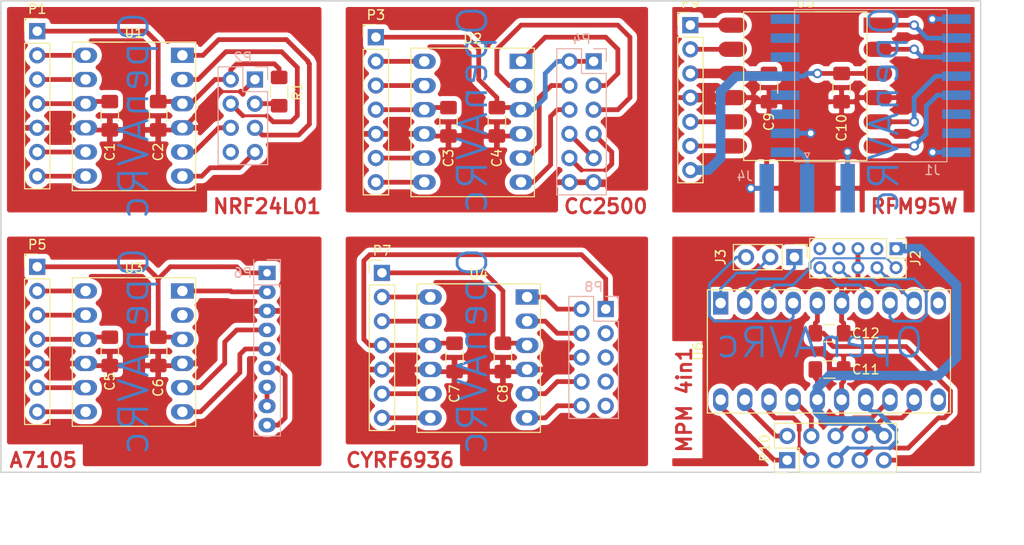
<source format=kicad_pcb>
(kicad_pcb (version 20171130) (host pcbnew "(5.1.5)-3")
  (layers (0 F.Cu signal) (31 B.Cu signal) (34 B.Paste user hide) (35 F.Paste user hide) (36 B.SilkS user hide) (37 F.SilkS user hide) (38 B.Mask user hide) (39 F.Mask user hide) (44 Edge.Cuts user hide))
  (net 0 "")
  (net 1 +5V)
  (net 2 GND)
  (net 3 +3.3V)
  (net 4 "Net-(P2-Pad7)")
  (net 5 "Net-(P2-Pad6)")
  (net 6 "Net-(P2-Pad4)")
  (net 7 "Net-(P2-Pad5)")
  (net 8 "Net-(P4-Pad6)")
  (net 9 "Net-(P4-Pad4)")
  (net 10 "Net-(P4-Pad5)")
  (net 11 "Net-(P4-Pad3)")
  (net 12 "Net-(P4-Pad10)")
  (net 13 "Net-(P4-Pad8)")
  (net 14 "Net-(P1-Pad6)")
  (net 15 "Net-(P1-Pad2)")
  (net 16 "Net-(P1-Pad3)")
  (net 17 "Net-(P3-Pad6)")
  (net 18 "Net-(P3-Pad2)")
  (net 19 "Net-(P3-Pad3)")
  (net 20 "Net-(P1-Pad7)")
  (net 21 "Net-(P3-Pad7)")
  (net 22 +5VP)
  (net 23 +3.3VADC)
  (net 24 GNDA)
  (net 25 "Net-(P2-Pad3)")
  (net 26 +5VD)
  (net 27 DGND)
  (net 28 +3.3VP)
  (net 29 "Net-(P5-Pad6)")
  (net 30 "Net-(P5-Pad2)")
  (net 31 "Net-(P5-Pad3)")
  (net 32 "Net-(P5-Pad7)")
  (net 33 "Net-(P6-Pad5)")
  (net 34 "Net-(P6-Pad4)")
  (net 35 "Net-(P6-Pad2)")
  (net 36 "Net-(P6-Pad6)")
  (net 37 "Net-(P6-Pad7)")
  (net 38 +5C)
  (net 39 AGND)
  (net 40 +3.3VDAC)
  (net 41 "Net-(P7-Pad6)")
  (net 42 "Net-(P7-Pad2)")
  (net 43 "Net-(P7-Pad3)")
  (net 44 "Net-(P7-Pad7)")
  (net 45 "Net-(P8-Pad2)")
  (net 46 "Net-(P8-Pad4)")
  (net 47 "Net-(P8-Pad8)")
  (net 48 "Net-(P8-Pad10)")
  (net 49 "Net-(P9-Pad6)")
  (net 50 +5VL)
  (net 51 "Net-(P9-Pad2)")
  (net 52 +3.3VA)
  (net 53 GNDS)
  (net 54 "Net-(J1-Pad1)")
  (net 55 +5F)
  (net 56 GNDREF)
  (net 57 +3V3)
  (net 58 /CS-CC2500)
  (net 59 /CS_NRF24L01)
  (net 60 /CS_CYRF)
  (net 61 /CS_A7105)
  (net 62 /MISO)
  (net 63 /SCK)
  (net 64 /MOSI)
  (net 65 /CYRF)
  (net 66 /SCK_L)
  (net 67 /MOSI_L)
  (net 68 /MISO_L)
  (net 69 /24L01)
  (net 70 /CC2500)
  (net 71 /A7105)
  (net 72 "Net-(J1-Pad10)")
  (net 73 "Net-(J1-Pad11)")
  (net 74 "Net-(J1-Pad12)")
  (net 75 "Net-(J1-Pad13)")
  (net 76 "Net-(P9-Pad5)")
  (net 77 "Net-(P9-Pad1)")
  (module Conv_SPI:Level_Convertissor_SMD (layer F.Cu) (at 187.325 66.04)
    (fp_text reference U5 (at 5.08 -2.39) (layer F.SilkS))
    (fp_text value CONV_5V/3.3V)
    (pad 12 smd oval (at -2.54 0) (size 3 1.6) (layers F.Cu F.Paste F.Mask) (net 77 "Net-(P9-Pad1)"))
    (pad 11 smd oval (at -2.54 2.54) (size 3 1.6) (layers F.Cu F.Paste F.Mask) (net 51 "Net-(P9-Pad2)"))
    (pad 10 smd oval (at -2.54 5.08) (size 3 1.6) (layers F.Cu F.Paste F.Mask) (net 50 +5VL))
    (pad 9 smd oval (at -2.54 7.62) (size 3 1.6) (layers F.Cu F.Paste F.Mask) (net 53 GNDS))
    (pad 8 smd oval (at -2.54 10.16) (size 3 1.6) (layers F.Cu F.Paste F.Mask) (net 76 "Net-(P9-Pad5)"))
    (pad 7 smd oval (at -2.54 12.7) (size 3 1.6) (layers F.Cu F.Paste F.Mask) (net 49 "Net-(P9-Pad6)"))
    (pad 6 smd oval (at 12.7 12.7) (size 3 1.6) (layers F.Cu F.Paste F.Mask) (net 75 "Net-(J1-Pad13)"))
    (pad 5 smd oval (at 12.7 10.16) (size 3 1.6) (layers F.Cu F.Paste F.Mask) (net 74 "Net-(J1-Pad12)"))
    (pad 4 smd oval (at 12.7 7.62) (size 3 1.6) (layers F.Cu F.Paste F.Mask) (net 53 GNDS))
    (pad 3 smd oval (at 12.7 5.08) (size 3 1.6) (layers F.Cu F.Paste F.Mask) (net 52 +3.3VA))
    (pad 2 smd oval (at 12.7 2.54) (size 3 1.6) (layers F.Cu F.Paste F.Mask) (net 73 "Net-(J1-Pad11)"))
    (pad 1 smd rect (at 12.7 0) (size 3 1.6) (layers F.Cu F.Paste F.Mask) (net 72 "Net-(J1-Pad10)"))
  )
  (module Conv_SPI:Level_Convertissor_8_W10.16mm (layer F.Cu) (at 183.515 105.41 90)
    (fp_text reference U6 (at 5.08 -2.39 90) (layer F.SilkS))
    (fp_text value CONV_5V_3-3V_8)
    (pad 19 thru_hole oval (at 0 2.54 90) (size 2.4 1.6) (drill 1.1) (layers *.Cu *.Mask) (net 59 /CS_NRF24L01))
    (pad 14 thru_hole oval (at 0 15.24 90) (size 2.4 1.6) (drill 1.1) (layers *.Cu *.Mask) (net 62 /MISO))
    (pad 18 thru_hole oval (at 0 5.08 90) (size 2.4 1.6) (drill 1.1) (layers *.Cu *.Mask) (net 60 /CS_CYRF))
    (pad 16 thru_hole oval (at 0 10.16 90) (size 2.4 1.6) (drill 1.1) (layers *.Cu *.Mask) (net 55 +5F))
    (pad 15 thru_hole oval (at 0 12.7 90) (size 2.4 1.6) (drill 1.1) (layers *.Cu *.Mask) (net 56 GNDREF))
    (pad 17 thru_hole oval (at 0 7.62 90) (size 2.4 1.6) (drill 1.1) (layers *.Cu *.Mask) (net 61 /CS_A7105))
    (pad 12 thru_hole oval (at 0 20.32 90) (size 2.4 1.6) (drill 1.1) (layers *.Cu *.Mask) (net 64 /MOSI))
    (pad 11 thru_hole oval (at 0 22.86 90) (size 2.4 1.6) (drill 1.1) (layers *.Cu *.Mask))
    (pad 13 thru_hole oval (at 0 17.78 90) (size 2.4 1.6) (drill 1.1) (layers *.Cu *.Mask) (net 63 /SCK))
    (pad 1 thru_hole rect (at 10.16 0 90) (size 2.4 1.6) (drill 1.1) (layers *.Cu *.Mask) (net 70 /CC2500))
    (pad 2 thru_hole oval (at 10.16 2.54 90) (size 2.4 1.6) (drill 1.1) (layers *.Cu *.Mask) (net 69 /24L01))
    (pad 3 thru_hole oval (at 10.16 5.08 90) (size 2.4 1.6) (drill 1.1) (layers *.Cu *.Mask) (net 65 /CYRF))
    (pad 4 thru_hole oval (at 10.16 7.62 90) (size 2.4 1.6) (drill 1.1) (layers *.Cu *.Mask) (net 71 /A7105))
    (pad 5 thru_hole oval (at 10.16 10.16 90) (size 2.4 1.6) (drill 1.1) (layers *.Cu *.Mask) (net 57 +3V3))
    (pad 6 thru_hole oval (at 10.16 12.7 90) (size 2.4 1.6) (drill 1.1) (layers *.Cu *.Mask) (net 56 GNDREF))
    (pad 7 thru_hole oval (at 10.16 15.24 90) (size 2.4 1.6) (drill 1.1) (layers *.Cu *.Mask) (net 68 /MISO_L))
    (pad 8 thru_hole oval (at 10.16 17.78 90) (size 2.4 1.6) (drill 1.1) (layers *.Cu *.Mask) (net 66 /SCK_L))
    (pad 9 thru_hole oval (at 10.16 20.32 90) (size 2.4 1.6) (drill 1.1) (layers *.Cu *.Mask) (net 67 /MOSI_L))
    (pad 10 thru_hole oval (at 10.16 22.86 90) (size 2.4 1.6) (drill 1.1) (layers *.Cu *.Mask))
    (pad 20 thru_hole oval (at 0 0 90) (size 2.4 1.6) (drill 1.1) (layers *.Cu *.Mask) (net 58 /CS-CC2500))
  )
  (module Capacitor_SMD:C_1206_3216Metric_Pad1.42x1.75mm_HandSolder (layer F.Cu) (at 119.38 75.565 270)
    (fp_text reference C1 (at 3.81 0 90) (layer F.SilkS))
    (fp_text value 100nF)
    (pad 1 smd roundrect (at -1.4875 0 270) (size 1.425 1.75) (layers F.Cu F.Paste F.Mask) (roundrect_rratio 0.175439) (net 22 +5VP))
    (pad 2 smd roundrect (at 1.4875 0 270) (size 1.425 1.75) (layers F.Cu F.Paste F.Mask) (roundrect_rratio 0.175439) (net 24 GNDA))
  )
  (module Capacitor_SMD:C_1206_3216Metric_Pad1.42x1.75mm_HandSolder (layer F.Cu) (at 124.46 75.565 270)
    (fp_text reference C2 (at 3.81 0 90) (layer F.SilkS))
    (fp_text value 100nF)
    (pad 2 smd roundrect (at 1.4875 0 270) (size 1.425 1.75) (layers F.Cu F.Paste F.Mask) (roundrect_rratio 0.175439) (net 24 GNDA))
    (pad 1 smd roundrect (at -1.4875 0 270) (size 1.425 1.75) (layers F.Cu F.Paste F.Mask) (roundrect_rratio 0.175439) (net 23 +3.3VADC))
  )
  (module Capacitor_SMD:C_1206_3216Metric_Pad1.42x1.75mm_HandSolder (layer F.Cu) (at 154.94 76.2 270)
    (fp_text reference C3 (at 3.81 0 90) (layer F.SilkS))
    (fp_text value 100nF)
    (pad 1 smd roundrect (at -1.4875 0 270) (size 1.425 1.75) (layers F.Cu F.Paste F.Mask) (roundrect_rratio 0.175439) (net 1 +5V))
    (pad 2 smd roundrect (at 1.4875 0 270) (size 1.425 1.75) (layers F.Cu F.Paste F.Mask) (roundrect_rratio 0.175439) (net 2 GND))
  )
  (module Capacitor_SMD:C_1206_3216Metric_Pad1.42x1.75mm_HandSolder (layer F.Cu) (at 160.02 76.2 270)
    (fp_text reference C4 (at 3.81 0 90) (layer F.SilkS))
    (fp_text value 100nF)
    (pad 2 smd roundrect (at 1.4875 0 270) (size 1.425 1.75) (layers F.Cu F.Paste F.Mask) (roundrect_rratio 0.175439) (net 2 GND))
    (pad 1 smd roundrect (at -1.4875 0 270) (size 1.425 1.75) (layers F.Cu F.Paste F.Mask) (roundrect_rratio 0.175439) (net 3 +3.3V))
  )
  (module Capacitor_SMD:C_1206_3216Metric_Pad1.42x1.75mm_HandSolder (layer F.Cu) (at 119.38 100.33 270)
    (fp_text reference C5 (at 3.175 0 90) (layer F.SilkS))
    (fp_text value 100nF)
    (pad 2 smd roundrect (at 1.4875 0 270) (size 1.425 1.75) (layers F.Cu F.Paste F.Mask) (roundrect_rratio 0.175439) (net 27 DGND))
    (pad 1 smd roundrect (at -1.4875 0 270) (size 1.425 1.75) (layers F.Cu F.Paste F.Mask) (roundrect_rratio 0.175439) (net 26 +5VD))
  )
  (module Capacitor_SMD:C_1206_3216Metric_Pad1.42x1.75mm_HandSolder (layer F.Cu) (at 124.46 100.33 270)
    (fp_text reference C6 (at 3.81 0 90) (layer F.SilkS))
    (fp_text value 100nF)
    (pad 1 smd roundrect (at -1.4875 0 270) (size 1.425 1.75) (layers F.Cu F.Paste F.Mask) (roundrect_rratio 0.175439) (net 28 +3.3VP))
    (pad 2 smd roundrect (at 1.4875 0 270) (size 1.425 1.75) (layers F.Cu F.Paste F.Mask) (roundrect_rratio 0.175439) (net 27 DGND))
  )
  (module Capacitor_SMD:C_1206_3216Metric_Pad1.42x1.75mm_HandSolder (layer F.Cu) (at 155.575 100.965 270)
    (fp_text reference C7 (at 3.81 0 90) (layer F.SilkS))
    (fp_text value 100nF)
    (pad 1 smd roundrect (at -1.4875 0 270) (size 1.425 1.75) (layers F.Cu F.Paste F.Mask) (roundrect_rratio 0.175439) (net 38 +5C))
    (pad 2 smd roundrect (at 1.4875 0 270) (size 1.425 1.75) (layers F.Cu F.Paste F.Mask) (roundrect_rratio 0.175439) (net 39 AGND))
  )
  (module Capacitor_SMD:C_1206_3216Metric_Pad1.42x1.75mm_HandSolder (layer F.Cu) (at 160.655 100.965 270)
    (fp_text reference C8 (at 3.81 0 90) (layer F.SilkS))
    (fp_text value 100nF)
    (pad 2 smd roundrect (at 1.4875 0 270) (size 1.425 1.75) (layers F.Cu F.Paste F.Mask) (roundrect_rratio 0.175439) (net 39 AGND))
    (pad 1 smd roundrect (at -1.4875 0 270) (size 1.425 1.75) (layers F.Cu F.Paste F.Mask) (roundrect_rratio 0.175439) (net 40 +3.3VDAC))
  )
  (module Capacitor_SMD:C_1206_3216Metric_Pad1.42x1.75mm_HandSolder (layer F.Cu) (at 188.595 72.6075 270)
    (fp_text reference C9 (at 3.5925 0 90) (layer F.SilkS))
    (fp_text value 100nF)
    (pad 1 smd roundrect (at -1.4875 0 270) (size 1.425 1.75) (layers F.Cu F.Paste F.Mask) (roundrect_rratio 0.175439) (net 50 +5VL))
    (pad 2 smd roundrect (at 1.4875 0 270) (size 1.425 1.75) (layers F.Cu F.Paste F.Mask) (roundrect_rratio 0.175439) (net 53 GNDS))
  )
  (module Capacitor_SMD:C_1206_3216Metric_Pad1.42x1.75mm_HandSolder (layer F.Cu) (at 196.215 72.6075 270)
    (fp_text reference C10 (at 4.2275 0 90) (layer F.SilkS))
    (fp_text value 100nF)
    (pad 2 smd roundrect (at 1.4875 0 270) (size 1.425 1.75) (layers F.Cu F.Paste F.Mask) (roundrect_rratio 0.175439) (net 53 GNDS))
    (pad 1 smd roundrect (at -1.4875 0 270) (size 1.425 1.75) (layers F.Cu F.Paste F.Mask) (roundrect_rratio 0.175439) (net 52 +3.3VA))
  )
  (module Connector_PinHeader_2.54mm:PinHeader_1x07_P2.54mm_Vertical (layer F.Cu) (at 111.76 66.675)
    (fp_text reference P1 (at 0 -2.33) (layer F.SilkS))
    (fp_text value SpirfMod)
    (pad 7 thru_hole oval (at 0 15.24) (size 1.7 1.7) (drill 1) (layers *.Cu *.Mask) (net 20 "Net-(P1-Pad7)"))
    (pad 6 thru_hole oval (at 0 12.7) (size 1.7 1.7) (drill 1) (layers *.Cu *.Mask) (net 14 "Net-(P1-Pad6)"))
    (pad 5 thru_hole oval (at 0 10.16) (size 1.7 1.7) (drill 1) (layers *.Cu *.Mask) (net 24 GNDA))
    (pad 4 thru_hole oval (at 0 7.62) (size 1.7 1.7) (drill 1) (layers *.Cu *.Mask) (net 22 +5VP))
    (pad 3 thru_hole oval (at 0 5.08) (size 1.7 1.7) (drill 1) (layers *.Cu *.Mask) (net 16 "Net-(P1-Pad3)"))
    (pad 2 thru_hole oval (at 0 2.54) (size 1.7 1.7) (drill 1) (layers *.Cu *.Mask) (net 15 "Net-(P1-Pad2)"))
    (pad 1 thru_hole rect (at 0 0) (size 1.7 1.7) (drill 1) (layers *.Cu *.Mask) (net 23 +3.3VADC))
  )
  (module Connector_PinHeader_2.54mm:PinHeader_2x04_P2.54mm_Vertical (layer B.Cu) (at 134.62 71.755 180)
    (fp_text reference P2 (at 1.27 2.33) (layer B.SilkS) (effects (justify mirror)))
    (fp_text value NRF24L01)
    (pad 8 thru_hole oval (at 2.54 -7.62 180) (size 1.7 1.7) (drill 1) (layers *.Cu *.Mask))
    (pad 7 thru_hole oval (at 0 -7.62 180) (size 1.7 1.7) (drill 1) (layers *.Cu *.Mask) (net 4 "Net-(P2-Pad7)"))
    (pad 6 thru_hole oval (at 2.54 -5.08 180) (size 1.7 1.7) (drill 1) (layers *.Cu *.Mask) (net 5 "Net-(P2-Pad6)"))
    (pad 5 thru_hole oval (at 0 -5.08 180) (size 1.7 1.7) (drill 1) (layers *.Cu *.Mask) (net 7 "Net-(P2-Pad5)"))
    (pad 4 thru_hole oval (at 2.54 -2.54 180) (size 1.7 1.7) (drill 1) (layers *.Cu *.Mask) (net 6 "Net-(P2-Pad4)"))
    (pad 3 thru_hole oval (at 0 -2.54 180) (size 1.7 1.7) (drill 1) (layers *.Cu *.Mask) (net 25 "Net-(P2-Pad3)"))
    (pad 2 thru_hole oval (at 2.54 0 180) (size 1.7 1.7) (drill 1) (layers *.Cu *.Mask) (net 23 +3.3VADC))
    (pad 1 thru_hole rect (at 0 0 180) (size 1.7 1.7) (drill 1) (layers *.Cu *.Mask) (net 24 GNDA))
  )
  (module Connector_PinHeader_2.54mm:PinHeader_1x07_P2.54mm_Vertical (layer F.Cu) (at 147.32 67.31)
    (fp_text reference P3 (at 0 -2.33) (layer F.SilkS))
    (fp_text value SpirfMod)
    (pad 1 thru_hole rect (at 0 0) (size 1.7 1.7) (drill 1) (layers *.Cu *.Mask) (net 3 +3.3V))
    (pad 2 thru_hole oval (at 0 2.54) (size 1.7 1.7) (drill 1) (layers *.Cu *.Mask) (net 18 "Net-(P3-Pad2)"))
    (pad 3 thru_hole oval (at 0 5.08) (size 1.7 1.7) (drill 1) (layers *.Cu *.Mask) (net 19 "Net-(P3-Pad3)"))
    (pad 4 thru_hole oval (at 0 7.62) (size 1.7 1.7) (drill 1) (layers *.Cu *.Mask) (net 1 +5V))
    (pad 5 thru_hole oval (at 0 10.16) (size 1.7 1.7) (drill 1) (layers *.Cu *.Mask) (net 2 GND))
    (pad 6 thru_hole oval (at 0 12.7) (size 1.7 1.7) (drill 1) (layers *.Cu *.Mask) (net 17 "Net-(P3-Pad6)"))
    (pad 7 thru_hole oval (at 0 15.24) (size 1.7 1.7) (drill 1) (layers *.Cu *.Mask) (net 21 "Net-(P3-Pad7)"))
  )
  (module Connector_PinHeader_2.54mm:PinHeader_2x06_P2.54mm_Vertical (layer B.Cu) (at 170.18 69.85 180)
    (fp_text reference P4 (at 1.27 2.33) (layer B.SilkS) (effects (justify mirror)))
    (fp_text value CC2500)
    (pad 1 thru_hole rect (at 0 0 180) (size 1.7 1.7) (drill 1) (layers *.Cu *.Mask) (net 3 +3.3V))
    (pad 2 thru_hole oval (at 2.54 0 180) (size 1.7 1.7) (drill 1) (layers *.Cu *.Mask) (net 3 +3.3V))
    (pad 3 thru_hole oval (at 0 -2.54 180) (size 1.7 1.7) (drill 1) (layers *.Cu *.Mask) (net 11 "Net-(P4-Pad3)"))
    (pad 4 thru_hole oval (at 2.54 -2.54 180) (size 1.7 1.7) (drill 1) (layers *.Cu *.Mask) (net 9 "Net-(P4-Pad4)"))
    (pad 5 thru_hole oval (at 0 -5.08 180) (size 1.7 1.7) (drill 1) (layers *.Cu *.Mask) (net 10 "Net-(P4-Pad5)"))
    (pad 6 thru_hole oval (at 2.54 -5.08 180) (size 1.7 1.7) (drill 1) (layers *.Cu *.Mask) (net 8 "Net-(P4-Pad6)"))
    (pad 7 thru_hole oval (at 0 -7.62 180) (size 1.7 1.7) (drill 1) (layers *.Cu *.Mask) (net 12 "Net-(P4-Pad10)"))
    (pad 8 thru_hole oval (at 2.54 -7.62 180) (size 1.7 1.7) (drill 1) (layers *.Cu *.Mask) (net 13 "Net-(P4-Pad8)"))
    (pad 9 thru_hole oval (at 0 -10.16 180) (size 1.7 1.7) (drill 1) (layers *.Cu *.Mask) (net 13 "Net-(P4-Pad8)"))
    (pad 10 thru_hole oval (at 2.54 -10.16 180) (size 1.7 1.7) (drill 1) (layers *.Cu *.Mask) (net 12 "Net-(P4-Pad10)"))
    (pad 11 thru_hole oval (at 0 -12.7 180) (size 1.7 1.7) (drill 1) (layers *.Cu *.Mask) (net 2 GND))
    (pad 12 thru_hole oval (at 2.54 -12.7 180) (size 1.7 1.7) (drill 1) (layers *.Cu *.Mask) (net 2 GND))
  )
  (module Connector_PinHeader_2.54mm:PinHeader_1x07_P2.54mm_Vertical (layer F.Cu) (at 111.76 91.44)
    (fp_text reference P5 (at 0 -2.33) (layer F.SilkS))
    (fp_text value SpirMod)
    (pad 1 thru_hole rect (at 0 0) (size 1.7 1.7) (drill 1) (layers *.Cu *.Mask) (net 28 +3.3VP))
    (pad 2 thru_hole oval (at 0 2.54) (size 1.7 1.7) (drill 1) (layers *.Cu *.Mask) (net 30 "Net-(P5-Pad2)"))
    (pad 3 thru_hole oval (at 0 5.08) (size 1.7 1.7) (drill 1) (layers *.Cu *.Mask) (net 31 "Net-(P5-Pad3)"))
    (pad 4 thru_hole oval (at 0 7.62) (size 1.7 1.7) (drill 1) (layers *.Cu *.Mask) (net 26 +5VD))
    (pad 5 thru_hole oval (at 0 10.16) (size 1.7 1.7) (drill 1) (layers *.Cu *.Mask) (net 27 DGND))
    (pad 6 thru_hole oval (at 0 12.7) (size 1.7 1.7) (drill 1) (layers *.Cu *.Mask) (net 29 "Net-(P5-Pad6)"))
    (pad 7 thru_hole oval (at 0 15.24) (size 1.7 1.7) (drill 1) (layers *.Cu *.Mask) (net 32 "Net-(P5-Pad7)"))
  )
  (module Conv_SPI:Pin_Header_Straight_1x09_Pitch2mm (layer B.Cu) (at 135.89 92.075 180)
    (fp_text reference P6 (at 2.54 0) (layer B.SilkS) (effects (justify mirror)))
    (fp_text value A7105)
    (pad 1 thru_hole rect (at 0 0 180) (size 1.8 1.5) (drill 0.8) (layers *.Cu *.Mask) (net 28 +3.3VP))
    (pad 2 thru_hole oval (at 0 -2 180) (size 1.8 1.5) (drill 0.8) (layers *.Cu *.Mask) (net 35 "Net-(P6-Pad2)"))
    (pad 3 thru_hole oval (at 0 -4 180) (size 1.8 1.5) (drill 0.8) (layers *.Cu *.Mask) (net 27 DGND))
    (pad 4 thru_hole oval (at 0 -6 180) (size 1.8 1.5) (drill 0.8) (layers *.Cu *.Mask) (net 34 "Net-(P6-Pad4)"))
    (pad 5 thru_hole oval (at 0 -8 180) (size 1.8 1.5) (drill 0.8) (layers *.Cu *.Mask) (net 33 "Net-(P6-Pad5)"))
    (pad 6 thru_hole oval (at 0 -10 180) (size 1.8 1.5) (drill 0.8) (layers *.Cu *.Mask) (net 36 "Net-(P6-Pad6)"))
    (pad 7 thru_hole oval (at 0 -12 180) (size 1.8 1.5) (drill 0.8) (layers *.Cu *.Mask) (net 37 "Net-(P6-Pad7)"))
    (pad 8 thru_hole oval (at 0 -14 180) (size 1.8 1.5) (drill 0.8) (layers *.Cu *.Mask) (net 37 "Net-(P6-Pad7)"))
    (pad 9 thru_hole oval (at 0 -16 180) (size 1.8 1.5) (drill 0.8) (layers *.Cu *.Mask) (net 36 "Net-(P6-Pad6)"))
  )
  (module Connector_PinHeader_2.54mm:PinHeader_1x07_P2.54mm_Vertical (layer F.Cu) (at 147.955 92.075)
    (fp_text reference P7 (at 0 -2.33) (layer F.SilkS))
    (fp_text value CONN_01X07)
    (pad 1 thru_hole rect (at 0 0) (size 1.7 1.7) (drill 1) (layers *.Cu *.Mask) (net 40 +3.3VDAC))
    (pad 2 thru_hole oval (at 0 2.54) (size 1.7 1.7) (drill 1) (layers *.Cu *.Mask) (net 42 "Net-(P7-Pad2)"))
    (pad 3 thru_hole oval (at 0 5.08) (size 1.7 1.7) (drill 1) (layers *.Cu *.Mask) (net 43 "Net-(P7-Pad3)"))
    (pad 4 thru_hole oval (at 0 7.62) (size 1.7 1.7) (drill 1) (layers *.Cu *.Mask) (net 38 +5C))
    (pad 5 thru_hole oval (at 0 10.16) (size 1.7 1.7) (drill 1) (layers *.Cu *.Mask) (net 39 AGND))
    (pad 6 thru_hole oval (at 0 12.7) (size 1.7 1.7) (drill 1) (layers *.Cu *.Mask) (net 41 "Net-(P7-Pad6)"))
    (pad 7 thru_hole oval (at 0 15.24) (size 1.7 1.7) (drill 1) (layers *.Cu *.Mask) (net 44 "Net-(P7-Pad7)"))
  )
  (module Connector_PinHeader_2.54mm:PinHeader_2x05_P2.54mm_Vertical (layer B.Cu) (at 171.45 95.885 180)
    (fp_text reference P8 (at 1.27 2.33) (layer B.SilkS) (effects (justify mirror)))
    (fp_text value CONN_01X10)
    (pad 1 thru_hole rect (at 0 0 180) (size 1.7 1.7) (drill 1) (layers *.Cu *.Mask) (net 38 +5C))
    (pad 2 thru_hole oval (at 2.54 0 180) (size 1.7 1.7) (drill 1) (layers *.Cu *.Mask) (net 45 "Net-(P8-Pad2)"))
    (pad 3 thru_hole oval (at 0 -2.54 180) (size 1.7 1.7) (drill 1) (layers *.Cu *.Mask))
    (pad 4 thru_hole oval (at 2.54 -2.54 180) (size 1.7 1.7) (drill 1) (layers *.Cu *.Mask) (net 46 "Net-(P8-Pad4)"))
    (pad 5 thru_hole oval (at 0 -5.08 180) (size 1.7 1.7) (drill 1) (layers *.Cu *.Mask))
    (pad 6 thru_hole oval (at 2.54 -5.08 180) (size 1.7 1.7) (drill 1) (layers *.Cu *.Mask) (net 39 AGND))
    (pad 7 thru_hole oval (at 0 -7.62 180) (size 1.7 1.7) (drill 1) (layers *.Cu *.Mask))
    (pad 8 thru_hole oval (at 2.54 -7.62 180) (size 1.7 1.7) (drill 1) (layers *.Cu *.Mask) (net 47 "Net-(P8-Pad8)"))
    (pad 9 thru_hole oval (at 0 -10.16 180) (size 1.7 1.7) (drill 1) (layers *.Cu *.Mask))
    (pad 10 thru_hole oval (at 2.54 -10.16 180) (size 1.7 1.7) (drill 1) (layers *.Cu *.Mask) (net 48 "Net-(P8-Pad10)"))
  )
  (module Connector_PinHeader_2.54mm:PinHeader_1x07_P2.54mm_Vertical (layer F.Cu) (at 180.34 66.04)
    (fp_text reference P9 (at 0 -2.33) (layer F.SilkS))
    (fp_text value SpirfMod)
    (pad 7 thru_hole oval (at 0 15.24) (size 1.7 1.7) (drill 1) (layers *.Cu *.Mask) (net 52 +3.3VA))
    (pad 6 thru_hole oval (at 0 12.7) (size 1.7 1.7) (drill 1) (layers *.Cu *.Mask) (net 49 "Net-(P9-Pad6)"))
    (pad 5 thru_hole oval (at 0 10.16) (size 1.7 1.7) (drill 1) (layers *.Cu *.Mask) (net 76 "Net-(P9-Pad5)"))
    (pad 4 thru_hole oval (at 0 7.62) (size 1.7 1.7) (drill 1) (layers *.Cu *.Mask) (net 53 GNDS))
    (pad 3 thru_hole oval (at 0 5.08) (size 1.7 1.7) (drill 1) (layers *.Cu *.Mask) (net 50 +5VL))
    (pad 2 thru_hole oval (at 0 2.54) (size 1.7 1.7) (drill 1) (layers *.Cu *.Mask) (net 51 "Net-(P9-Pad2)"))
    (pad 1 thru_hole rect (at 0 0) (size 1.7 1.7) (drill 1) (layers *.Cu *.Mask) (net 77 "Net-(P9-Pad1)"))
  )
  (module Resistor_SMD:R_1206_3216Metric_Pad1.42x1.75mm_HandSolder (layer F.Cu) (at 137.16 73.025 90)
    (fp_text reference R1 (at 0 1.905 90) (layer F.SilkS))
    (fp_text value 20K)
    (pad 1 smd roundrect (at -1.4875 0 90) (size 1.425 1.75) (layers F.Cu F.Paste F.Mask) (roundrect_rratio 0.175439) (net 25 "Net-(P2-Pad3)"))
    (pad 2 smd roundrect (at 1.4875 0 90) (size 1.425 1.75) (layers F.Cu F.Paste F.Mask) (roundrect_rratio 0.175439) (net 23 +3.3VADC))
  )
  (module Capacitor_SMD:C_1206_3216Metric_Pad1.42x1.75mm_HandSolder (layer F.Cu) (at 194.945 102.235)
    (fp_text reference C11 (at 3.81 0) (layer F.SilkS))
    (fp_text value 100nF)
    (pad 1 smd roundrect (at -1.4875 0) (size 1.425 1.75) (layers F.Cu F.Paste F.Mask) (roundrect_rratio 0.175439) (net 55 +5F))
    (pad 2 smd roundrect (at 1.4875 0) (size 1.425 1.75) (layers F.Cu F.Paste F.Mask) (roundrect_rratio 0.175439) (net 56 GNDREF))
  )
  (module Capacitor_SMD:C_1206_3216Metric_Pad1.42x1.75mm_HandSolder (layer F.Cu) (at 194.945 98.425)
    (fp_text reference C12 (at 3.81 0) (layer F.SilkS))
    (fp_text value 100nF)
    (pad 2 smd roundrect (at 1.4875 0) (size 1.425 1.75) (layers F.Cu F.Paste F.Mask) (roundrect_rratio 0.175439) (net 56 GNDREF))
    (pad 1 smd roundrect (at -1.4875 0) (size 1.425 1.75) (layers F.Cu F.Paste F.Mask) (roundrect_rratio 0.175439) (net 57 +3V3))
  )
  (module Connector_PinHeader_2.00mm:PinHeader_2x05_P2.00mm_Vertical (layer F.Cu) (at 201.93 89.535 270)
    (fp_text reference J2 (at 1 -2.06 270) (layer F.SilkS))
    (fp_text value "MPM_ 4en1")
    (pad 1 thru_hole rect (at 0 0 270) (size 1.35 1.35) (drill 0.8) (layers *.Cu *.Mask) (net 55 +5F))
    (pad 2 thru_hole oval (at 2 0 270) (size 1.35 1.35) (drill 0.8) (layers *.Cu *.Mask) (net 65 /CYRF))
    (pad 3 thru_hole oval (at 0 2 270) (size 1.35 1.35) (drill 0.8) (layers *.Cu *.Mask))
    (pad 4 thru_hole oval (at 2 2 270) (size 1.35 1.35) (drill 0.8) (layers *.Cu *.Mask) (net 66 /SCK_L))
    (pad 5 thru_hole oval (at 0 4 270) (size 1.35 1.35) (drill 0.8) (layers *.Cu *.Mask) (net 56 GNDREF))
    (pad 6 thru_hole oval (at 2 4 270) (size 1.35 1.35) (drill 0.8) (layers *.Cu *.Mask) (net 56 GNDREF))
    (pad 7 thru_hole oval (at 0 6 270) (size 1.35 1.35) (drill 0.8) (layers *.Cu *.Mask))
    (pad 8 thru_hole oval (at 2 6 270) (size 1.35 1.35) (drill 0.8) (layers *.Cu *.Mask) (net 67 /MOSI_L))
    (pad 9 thru_hole oval (at 0 8 270) (size 1.35 1.35) (drill 0.8) (layers *.Cu *.Mask))
    (pad 10 thru_hole oval (at 2 8 270) (size 1.35 1.35) (drill 0.8) (layers *.Cu *.Mask) (net 68 /MISO_L))
  )
  (module Connector_PinHeader_2.54mm:PinHeader_1x03_P2.54mm_Vertical (layer F.Cu) (at 191.262 90.424 270)
    (fp_text reference J3 (at 0 7.747 270) (layer F.SilkS))
    (fp_text value MPM_4in1)
    (pad 1 thru_hole rect (at 0 0 270) (size 1.7 1.7) (drill 1) (layers *.Cu *.Mask) (net 69 /24L01))
    (pad 2 thru_hole oval (at 0 2.54 270) (size 1.7 1.7) (drill 1) (layers *.Cu *.Mask) (net 70 /CC2500))
    (pad 3 thru_hole oval (at 0 5.08 270) (size 1.7 1.7) (drill 1) (layers *.Cu *.Mask) (net 71 /A7105))
  )
  (module Level_Convertissor_W10.16mm (layer F.Cu) (at 116.84 69.215)
    (fp_text reference U1 (at 5.08 -2.39) (layer F.SilkS))
    (fp_text value CONV_5V/3.3V)
    (pad 1 thru_hole rect (at 10.16 0) (size 2.4 1.6) (drill 1.1) (layers *.Cu *.Mask) (net 7 "Net-(P2-Pad5)"))
    (pad 2 thru_hole oval (at 10.16 2.54) (size 2.4 1.6) (drill 1.1) (layers *.Cu *.Mask) (net 6 "Net-(P2-Pad4)"))
    (pad 3 thru_hole oval (at 10.16 5.08) (size 2.4 1.6) (drill 1.1) (layers *.Cu *.Mask) (net 23 +3.3VADC))
    (pad 4 thru_hole oval (at 10.16 7.62) (size 2.4 1.6) (drill 1.1) (layers *.Cu *.Mask) (net 24 GNDA))
    (pad 5 thru_hole oval (at 10.16 10.16) (size 2.4 1.6) (drill 1.1) (layers *.Cu *.Mask) (net 5 "Net-(P2-Pad6)"))
    (pad 6 thru_hole oval (at 10.16 12.7) (size 2.4 1.6) (drill 1.1) (layers *.Cu *.Mask) (net 4 "Net-(P2-Pad7)"))
    (pad 7 thru_hole oval (at 0 12.7) (size 2.4 1.6) (drill 1.1) (layers *.Cu *.Mask) (net 20 "Net-(P1-Pad7)"))
    (pad 8 thru_hole oval (at 0 10.16) (size 2.4 1.6) (drill 1.1) (layers *.Cu *.Mask) (net 14 "Net-(P1-Pad6)"))
    (pad 9 thru_hole oval (at 0 7.62) (size 2.4 1.6) (drill 1.1) (layers *.Cu *.Mask) (net 24 GNDA))
    (pad 10 thru_hole oval (at 0 5.08) (size 2.4 1.6) (drill 1.1) (layers *.Cu *.Mask) (net 22 +5VP))
    (pad 11 thru_hole oval (at 0 2.54) (size 2.4 1.6) (drill 1.1) (layers *.Cu *.Mask) (net 16 "Net-(P1-Pad3)"))
    (pad 12 thru_hole oval (at 0 0) (size 2.4 1.6) (drill 1.1) (layers *.Cu *.Mask) (net 15 "Net-(P1-Pad2)"))
  )
  (module Level_Convertissor_W10.16mm (layer F.Cu) (at 152.4 69.85)
    (fp_text reference U2 (at 5.08 -2.39) (layer F.SilkS))
    (fp_text value CONV_5V/3.3V)
    (pad 12 thru_hole oval (at 0 0) (size 2.4 1.6) (drill 1.1) (layers *.Cu *.Mask) (net 18 "Net-(P3-Pad2)"))
    (pad 11 thru_hole oval (at 0 2.54) (size 2.4 1.6) (drill 1.1) (layers *.Cu *.Mask) (net 19 "Net-(P3-Pad3)"))
    (pad 10 thru_hole oval (at 0 5.08) (size 2.4 1.6) (drill 1.1) (layers *.Cu *.Mask) (net 1 +5V))
    (pad 9 thru_hole oval (at 0 7.62) (size 2.4 1.6) (drill 1.1) (layers *.Cu *.Mask) (net 2 GND))
    (pad 8 thru_hole oval (at 0 10.16) (size 2.4 1.6) (drill 1.1) (layers *.Cu *.Mask) (net 17 "Net-(P3-Pad6)"))
    (pad 7 thru_hole oval (at 0 12.7) (size 2.4 1.6) (drill 1.1) (layers *.Cu *.Mask) (net 21 "Net-(P3-Pad7)"))
    (pad 6 thru_hole oval (at 10.16 12.7) (size 2.4 1.6) (drill 1.1) (layers *.Cu *.Mask) (net 8 "Net-(P4-Pad6)"))
    (pad 5 thru_hole oval (at 10.16 10.16) (size 2.4 1.6) (drill 1.1) (layers *.Cu *.Mask) (net 9 "Net-(P4-Pad4)"))
    (pad 4 thru_hole oval (at 10.16 7.62) (size 2.4 1.6) (drill 1.1) (layers *.Cu *.Mask) (net 2 GND))
    (pad 3 thru_hole oval (at 10.16 5.08) (size 2.4 1.6) (drill 1.1) (layers *.Cu *.Mask) (net 3 +3.3V))
    (pad 2 thru_hole oval (at 10.16 2.54) (size 2.4 1.6) (drill 1.1) (layers *.Cu *.Mask) (net 10 "Net-(P4-Pad5)"))
    (pad 1 thru_hole rect (at 10.16 0) (size 2.4 1.6) (drill 1.1) (layers *.Cu *.Mask) (net 11 "Net-(P4-Pad3)"))
  )
  (module Level_Convertissor_W10.16mm (layer F.Cu) (at 116.84 93.98)
    (fp_text reference U3 (at 5.08 -2.39) (layer F.SilkS))
    (fp_text value CONV_5V/3.3V)
    (pad 12 thru_hole oval (at 0 0) (size 2.4 1.6) (drill 1.1) (layers *.Cu *.Mask) (net 30 "Net-(P5-Pad2)"))
    (pad 11 thru_hole oval (at 0 2.54) (size 2.4 1.6) (drill 1.1) (layers *.Cu *.Mask) (net 31 "Net-(P5-Pad3)"))
    (pad 10 thru_hole oval (at 0 5.08) (size 2.4 1.6) (drill 1.1) (layers *.Cu *.Mask) (net 26 +5VD))
    (pad 9 thru_hole oval (at 0 7.62) (size 2.4 1.6) (drill 1.1) (layers *.Cu *.Mask) (net 27 DGND))
    (pad 8 thru_hole oval (at 0 10.16) (size 2.4 1.6) (drill 1.1) (layers *.Cu *.Mask) (net 29 "Net-(P5-Pad6)"))
    (pad 7 thru_hole oval (at 0 12.7) (size 2.4 1.6) (drill 1.1) (layers *.Cu *.Mask) (net 32 "Net-(P5-Pad7)"))
    (pad 6 thru_hole oval (at 10.16 12.7) (size 2.4 1.6) (drill 1.1) (layers *.Cu *.Mask) (net 33 "Net-(P6-Pad5)"))
    (pad 5 thru_hole oval (at 10.16 10.16) (size 2.4 1.6) (drill 1.1) (layers *.Cu *.Mask) (net 34 "Net-(P6-Pad4)"))
    (pad 4 thru_hole oval (at 10.16 7.62) (size 2.4 1.6) (drill 1.1) (layers *.Cu *.Mask) (net 27 DGND))
    (pad 3 thru_hole oval (at 10.16 5.08) (size 2.4 1.6) (drill 1.1) (layers *.Cu *.Mask) (net 28 +3.3VP))
    (pad 2 thru_hole oval (at 10.16 2.54) (size 2.4 1.6) (drill 1.1) (layers *.Cu *.Mask))
    (pad 1 thru_hole rect (at 10.16 0) (size 2.4 1.6) (drill 1.1) (layers *.Cu *.Mask) (net 35 "Net-(P6-Pad2)"))
  )
  (module Level_Convertissor_W10.16mm (layer F.Cu) (at 153.035 94.615)
    (fp_text reference U4 (at 5.08 -2.39) (layer F.SilkS))
    (fp_text value CONV_5V/3.3V)
    (pad 12 thru_hole oval (at 0 0) (size 2.4 1.6) (drill 1.1) (layers *.Cu *.Mask) (net 42 "Net-(P7-Pad2)"))
    (pad 11 thru_hole oval (at 0 2.54) (size 2.4 1.6) (drill 1.1) (layers *.Cu *.Mask) (net 43 "Net-(P7-Pad3)"))
    (pad 10 thru_hole oval (at 0 5.08) (size 2.4 1.6) (drill 1.1) (layers *.Cu *.Mask) (net 38 +5C))
    (pad 9 thru_hole oval (at 0 7.62) (size 2.4 1.6) (drill 1.1) (layers *.Cu *.Mask) (net 39 AGND))
    (pad 8 thru_hole oval (at 0 10.16) (size 2.4 1.6) (drill 1.1) (layers *.Cu *.Mask) (net 41 "Net-(P7-Pad6)"))
    (pad 7 thru_hole oval (at 0 12.7) (size 2.4 1.6) (drill 1.1) (layers *.Cu *.Mask) (net 44 "Net-(P7-Pad7)"))
    (pad 6 thru_hole oval (at 10.16 12.7) (size 2.4 1.6) (drill 1.1) (layers *.Cu *.Mask) (net 48 "Net-(P8-Pad10)"))
    (pad 5 thru_hole oval (at 10.16 10.16) (size 2.4 1.6) (drill 1.1) (layers *.Cu *.Mask) (net 47 "Net-(P8-Pad8)"))
    (pad 4 thru_hole oval (at 10.16 7.62) (size 2.4 1.6) (drill 1.1) (layers *.Cu *.Mask) (net 39 AGND))
    (pad 3 thru_hole oval (at 10.16 5.08) (size 2.4 1.6) (drill 1.1) (layers *.Cu *.Mask) (net 40 +3.3VDAC))
    (pad 2 thru_hole oval (at 10.16 2.54) (size 2.4 1.6) (drill 1.1) (layers *.Cu *.Mask) (net 46 "Net-(P8-Pad4)"))
    (pad 1 thru_hole rect (at 10.16 0) (size 2.4 1.6) (drill 1.1) (layers *.Cu *.Mask) (net 45 "Net-(P8-Pad2)"))
  )
  (module Connector_PinHeader_2.54mm:PinHeader_2x05_P2.54mm_Vertical (layer F.Cu) (at 190.5 111.76 90)
    (fp_text reference P10 (at 1.27 -2.33 90) (layer F.SilkS))
    (fp_text value SpirfMod)
    (pad 1 thru_hole rect (at 0 0 90) (size 1.7 1.7) (drill 1) (layers *.Cu *.Mask) (net 58 /CS-CC2500))
    (pad 2 thru_hole oval (at 2.54 0 90) (size 1.7 1.7) (drill 1) (layers *.Cu *.Mask) (net 59 /CS_NRF24L01))
    (pad 3 thru_hole oval (at 0 2.54 90) (size 1.7 1.7) (drill 1) (layers *.Cu *.Mask) (net 60 /CS_CYRF))
    (pad 4 thru_hole oval (at 2.54 2.54 90) (size 1.7 1.7) (drill 1) (layers *.Cu *.Mask) (net 61 /CS_A7105))
    (pad 5 thru_hole oval (at 0 5.08 90) (size 1.7 1.7) (drill 1) (layers *.Cu *.Mask) (net 62 /MISO))
    (pad 6 thru_hole oval (at 2.54 5.08 90) (size 1.7 1.7) (drill 1) (layers *.Cu *.Mask) (net 63 /SCK))
    (pad 7 thru_hole oval (at 0 7.62 90) (size 1.7 1.7) (drill 1) (layers *.Cu *.Mask) (net 57 +3V3))
    (pad 8 thru_hole oval (at 2.54 7.62 90) (size 1.7 1.7) (drill 1) (layers *.Cu *.Mask) (net 64 /MOSI))
    (pad 9 thru_hole oval (at 0 10.16 90) (size 1.7 1.7) (drill 1) (layers *.Cu *.Mask) (net 56 GNDREF))
    (pad 10 thru_hole oval (at 2.54 10.16 90) (size 1.7 1.7) (drill 1) (layers *.Cu *.Mask) (net 55 +5F))
  )
  (module Conv_SPI:RFM95W (layer B.Cu) (at 199.28 72.405)
    (fp_text reference J1 (at 6.46 8.875) (layer B.SilkS) (effects (justify mirror)))
    (fp_text value RFM95W)
    (pad 1 smd rect (at -9 7) (size 3 1) (layers B.Cu B.Paste B.Mask) (net 54 "Net-(J1-Pad1)"))
    (pad 2 smd rect (at -9 5) (size 3 1) (layers B.Cu B.Paste B.Mask) (net 53 GNDS))
    (pad 3 smd rect (at -9 3) (size 3 1) (layers B.Cu B.Paste B.Mask))
    (pad 4 smd rect (at -9 1) (size 3 1) (layers B.Cu B.Paste B.Mask))
    (pad 5 smd rect (at -9 -1) (size 3 1) (layers B.Cu B.Paste B.Mask) (net 52 +3.3VA))
    (pad 6 smd rect (at -9 -3) (size 3 1) (layers B.Cu B.Paste B.Mask))
    (pad 7 smd rect (at -9 -5) (size 3 1) (layers B.Cu B.Paste B.Mask))
    (pad 8 smd rect (at -9 -7) (size 3 1) (layers B.Cu B.Paste B.Mask))
    (pad 9 smd rect (at 9 -7) (size 3 1) (layers B.Cu B.Paste B.Mask) (net 53 GNDS))
    (pad 10 smd rect (at 9 -5) (size 3 1) (layers B.Cu B.Paste B.Mask) (net 72 "Net-(J1-Pad10)"))
    (pad 11 smd rect (at 9 -3) (size 3 1) (layers B.Cu B.Paste B.Mask) (net 73 "Net-(J1-Pad11)"))
    (pad 12 smd rect (at 9 -1) (size 3 1) (layers B.Cu B.Paste B.Mask) (net 74 "Net-(J1-Pad12)"))
    (pad 13 smd rect (at 9 1) (size 3 1) (layers B.Cu B.Paste B.Mask) (net 75 "Net-(J1-Pad13)"))
    (pad 14 smd rect (at 9 3) (size 3 1) (layers B.Cu B.Paste B.Mask))
    (pad 15 smd rect (at 9 5) (size 3 1) (layers B.Cu B.Paste B.Mask))
    (pad 16 smd rect (at 9 7) (size 3 1) (layers B.Cu B.Paste B.Mask) (net 53 GNDS))
  )
  (module Conv_SPI:SMA_Amphenol_132289_EdgeMount (layer B.Cu) (at 192.6 83.185 270)
    (fp_text reference J4 (at -1.27 6.545) (layer B.SilkS) (effects (justify mirror)))
    (fp_text value SMA)
    (pad 1 smd rect (at 0 0 180) (size 1.5 5.08) (layers B.Cu B.Paste B.Mask) (net 54 "Net-(J1-Pad1)"))
    (pad 2 smd rect (at 0 4.25 180) (size 1.5 5.08) (layers B.Cu B.Paste B.Mask) (net 53 GNDS))
    (pad 2 smd rect (at 0 -4.25 180) (size 1.5 5.08) (layers B.Cu B.Paste B.Mask) (net 53 GNDS))
    (pad 2 smd rect (at 0 4.25 180) (size 1.5 5.08) (layers F.Cu F.Paste F.Mask) (net 53 GNDS))
    (pad 2 smd rect (at 0 -4.25 180) (size 1.5 5.08) (layers F.Cu F.Paste F.Mask) (net 53 GNDS))
  )
  (gr_line (start 210.82 63.5) (end 205.74 63.5) (layer Edge.Cuts) (width 0.15))
  (gr_line (start 205.74 113.03) (end 210.82 113.03) (layer Edge.Cuts) (width 0.15))
  (gr_text OpenAVRc (at 193.929 99.441) (layer B.Cu) (effects (font (size 3 3) (thickness 0.3)) (justify mirror)))
  (gr_text "MPM 4in1" (at 179.705 105.41 90) (layer F.Cu) (effects (font (size 1.5 1.5) (thickness 0.3))))
  (gr_text RFM95W (at 203.835 85.09) (layer F.Cu) (effects (font (size 1.5 1.5) (thickness 0.3))))
  (gr_line (start 176.53 63.5) (end 205.74 63.5) (layer Edge.Cuts) (width 0.15))
  (gr_line (start 176.53 113.03) (end 205.74 113.03) (layer Edge.Cuts) (width 0.15))
  (gr_text OpenAVRc (at 200.66 74.93 90) (layer B.Cu) (effects (font (size 3 3) (thickness 0.3)) (justify mirror)))
  (gr_line (start 107.95 63.5) (end 107.95 113.03) (layer Edge.Cuts) (width 0.15))
  (gr_line (start 176.53 63.5) (end 107.95 63.5) (layer Edge.Cuts) (width 0.15))
  (gr_line (start 210.82 113.03) (end 210.82 63.5) (layer Edge.Cuts) (width 0.15))
  (gr_line (start 107.95 113.03) (end 176.53 113.03) (layer Edge.Cuts) (width 0.15))
  (gr_text OpenAVRc (at 121.92 75.565 90) (layer B.Cu) (effects (font (size 3 3) (thickness 0.3)) (justify mirror)))
  (gr_text OpenAVRc (at 157.48 74.93 90) (layer B.Cu) (effects (font (size 3 3) (thickness 0.3)) (justify mirror)))
  (gr_text OpenAVRc (at 157.48 100.33 90) (layer B.Cu) (effects (font (size 3 3) (thickness 0.3)) (justify mirror)))
  (gr_text OpenAVRc (at 121.92 100.33 90) (layer B.Cu) (effects (font (size 3 3) (thickness 0.3)) (justify mirror)))
  (gr_text CYRF6936 (at 149.86 111.76) (layer F.Cu) (effects (font (size 1.5 1.5) (thickness 0.3))))
  (gr_text A7105 (at 112.395 111.76) (layer F.Cu) (effects (font (size 1.5 1.5) (thickness 0.3))))
  (gr_text CC2500 (at 171.45 85.09) (layer F.Cu) (effects (font (size 1.5 1.5) (thickness 0.3))))
  (gr_text NRF24L01 (at 135.89 85.09) (layer F.Cu) (effects (font (size 1.5 1.5) (thickness 0.3))))
  (segment (start 154.94 74.7) (end 152.63 74.7) (width 0.5) (layer F.Cu) (net 1))
  (segment (start 152.63 74.7) (end 152.4 74.93) (width 0.5) (layer F.Cu) (net 1))
  (segment (start 152.4 74.93) (end 147.32 74.93) (width 0.5) (layer F.Cu) (net 1))
  (segment (start 170.18 82.55) (end 170.434 82.804) (width 0.5) (layer F.Cu) (net 2))
  (segment (start 170.434 82.804) (end 172.466 82.804) (width 0.5) (layer F.Cu) (net 2))
  (segment (start 167.64 82.55) (end 166.37 82.55) (width 0.5) (layer F.Cu) (net 2))
  (segment (start 166.37 82.55) (end 165.1 83.82) (width 0.5) (layer F.Cu) (net 2))
  (segment (start 154.94 77.7) (end 152.63 77.7) (width 0.5) (layer F.Cu) (net 2))
  (segment (start 152.63 77.7) (end 152.4 77.47) (width 0.5) (layer F.Cu) (net 2))
  (segment (start 154.94 77.7) (end 160.02 77.7) (width 0.5) (layer F.Cu) (net 2))
  (segment (start 160.02 77.7) (end 162.33 77.7) (width 0.5) (layer F.Cu) (net 2))
  (segment (start 162.33 77.7) (end 162.56 77.47) (width 0.5) (layer F.Cu) (net 2))
  (segment (start 170.18 82.55) (end 167.64 82.55) (width 0.5) (layer F.Cu) (net 2))
  (segment (start 152.4 77.47) (end 147.32 77.47) (width 0.5) (layer F.Cu) (net 2))
  (segment (start 167.64 69.85) (end 170.18 69.85) (width 0.5) (layer F.Cu) (net 3))
  (segment (start 162.56 74.93) (end 163.83 74.93) (width 0.5) (layer B.Cu) (net 3))
  (segment (start 166.37 69.85) (end 167.64 69.85) (width 0.5) (layer B.Cu) (net 3))
  (segment (start 165.1 71.12) (end 166.37 69.85) (width 0.5) (layer B.Cu) (net 3))
  (segment (start 165.1 73.66) (end 165.1 71.12) (width 0.5) (layer B.Cu) (net 3))
  (segment (start 163.83 74.93) (end 165.1 73.66) (width 0.5) (layer B.Cu) (net 3))
  (segment (start 160.02 74.7) (end 160.02 73.66) (width 0.5) (layer F.Cu) (net 3))
  (segment (start 160.02 73.66) (end 158.115 71.755) (width 0.5) (layer F.Cu) (net 3))
  (segment (start 158.115 71.755) (end 158.115 68.58) (width 0.5) (layer F.Cu) (net 3))
  (segment (start 158.115 68.58) (end 156.845 67.31) (width 0.5) (layer F.Cu) (net 3))
  (segment (start 156.845 67.31) (end 147.32 67.31) (width 0.5) (layer F.Cu) (net 3))
  (segment (start 160.02 74.7) (end 162.33 74.7) (width 0.5) (layer F.Cu) (net 3))
  (segment (start 162.33 74.7) (end 162.56 74.93) (width 0.5) (layer F.Cu) (net 3))
  (segment (start 127 81.915) (end 129.032 81.915) (width 0.5) (layer F.Cu) (net 4))
  (segment (start 132.969 81.026) (end 134.62 79.375) (width 0.5) (layer F.Cu) (net 4))
  (segment (start 129.921 81.026) (end 132.969 81.026) (width 0.5) (layer F.Cu) (net 4))
  (segment (start 129.032 81.915) (end 129.921 81.026) (width 0.5) (layer F.Cu) (net 4))
  (segment (start 127 79.375) (end 128.27 79.375) (width 0.5) (layer F.Cu) (net 5))
  (segment (start 130.81 76.835) (end 132.08 76.835) (width 0.5) (layer F.Cu) (net 5))
  (segment (start 128.27 79.375) (end 130.81 76.835) (width 0.5) (layer F.Cu) (net 5))
  (segment (start 135.89 75.565) (end 136.525 76.2) (width 0.5) (layer F.Cu) (net 6))
  (segment (start 139.065 75.565) (end 139.065 74.93) (width 0.5) (layer F.Cu) (net 6))
  (segment (start 138.43 76.2) (end 139.065 75.565) (width 0.5) (layer F.Cu) (net 6))
  (segment (start 136.525 76.2) (end 138.43 76.2) (width 0.5) (layer F.Cu) (net 6))
  (segment (start 137.414 68.834) (end 139.065 70.485) (width 0.5) (layer F.Cu) (net 6))
  (segment (start 131.572 68.834) (end 137.414 68.834) (width 0.5) (layer F.Cu) (net 6))
  (segment (start 128.651 71.755) (end 131.572 68.834) (width 0.5) (layer F.Cu) (net 6))
  (segment (start 127 71.755) (end 128.651 71.755) (width 0.5) (layer F.Cu) (net 6))
  (segment (start 133.35 75.565) (end 132.08 74.295) (width 0.5) (layer F.Cu) (net 6))
  (segment (start 135.89 75.565) (end 133.35 75.565) (width 0.3) (layer F.Cu) (net 6))
  (segment (start 139.065 70.485) (end 139.065 74.93) (width 0.5) (layer F.Cu) (net 6))
  (segment (start 135.382 77.597) (end 134.62 76.835) (width 0.5) (layer F.Cu) (net 7))
  (segment (start 139.192 77.597) (end 135.382 77.597) (width 0.5) (layer F.Cu) (net 7))
  (segment (start 140.335 70.104) (end 140.335 76.454) (width 0.5) (layer F.Cu) (net 7))
  (segment (start 140.208 69.977) (end 140.335 70.104) (width 0.5) (layer F.Cu) (net 7))
  (segment (start 129.159 69.215) (end 130.81 67.564) (width 0.5) (layer F.Cu) (net 7))
  (segment (start 130.81 67.564) (end 137.922 67.564) (width 0.5) (layer F.Cu) (net 7))
  (segment (start 140.335 76.454) (end 139.192 77.597) (width 0.5) (layer F.Cu) (net 7))
  (segment (start 137.922 67.564) (end 140.208 69.85) (width 0.5) (layer F.Cu) (net 7))
  (segment (start 140.208 69.85) (end 140.208 69.977) (width 0.5) (layer F.Cu) (net 7))
  (segment (start 127 69.215) (end 129.159 69.215) (width 0.5) (layer F.Cu) (net 7))
  (segment (start 162.56 82.55) (end 163.83 82.55) (width 0.5) (layer F.Cu) (net 8))
  (segment (start 163.83 82.55) (end 165.665002 80.714998) (width 0.5) (layer F.Cu) (net 8))
  (segment (start 165.665002 80.714998) (end 165.665002 75.634998) (width 0.5) (layer F.Cu) (net 8))
  (segment (start 165.665002 75.634998) (end 166.37 74.93) (width 0.5) (layer F.Cu) (net 8))
  (segment (start 166.37 74.93) (end 167.64 74.93) (width 0.5) (layer F.Cu) (net 8))
  (segment (start 162.56 80.01) (end 163.195 80.01) (width 0.5) (layer F.Cu) (net 9))
  (segment (start 163.195 80.01) (end 164.465 78.74) (width 0.5) (layer F.Cu) (net 9))
  (segment (start 164.465 78.74) (end 164.465 73.66) (width 0.5) (layer F.Cu) (net 9))
  (segment (start 164.465 73.66) (end 165.735 72.39) (width 0.5) (layer F.Cu) (net 9))
  (segment (start 165.735 72.39) (end 167.64 72.39) (width 0.5) (layer F.Cu) (net 9))
  (segment (start 162.56 72.39) (end 161.29 72.39) (width 0.5) (layer F.Cu) (net 10))
  (segment (start 161.29 72.39) (end 160.02 71.12) (width 0.5) (layer F.Cu) (net 10))
  (segment (start 160.02 71.12) (end 160.02 68.58) (width 0.5) (layer F.Cu) (net 10))
  (segment (start 160.02 68.58) (end 162.56 66.04) (width 0.5) (layer F.Cu) (net 10))
  (segment (start 162.56 66.04) (end 172.72 66.04) (width 0.5) (layer F.Cu) (net 10))
  (segment (start 172.72 66.04) (end 173.99 67.31) (width 0.5) (layer F.Cu) (net 10))
  (segment (start 173.99 67.31) (end 173.99 73.66) (width 0.5) (layer F.Cu) (net 10))
  (segment (start 173.99 73.66) (end 172.72 74.93) (width 0.5) (layer F.Cu) (net 10))
  (segment (start 172.72 74.93) (end 170.18 74.93) (width 0.5) (layer F.Cu) (net 10))
  (segment (start 162.56 69.85) (end 165.1 67.31) (width 0.5) (layer F.Cu) (net 11))
  (segment (start 165.1 67.31) (end 171.45 67.31) (width 0.5) (layer F.Cu) (net 11))
  (segment (start 171.45 67.31) (end 172.72 68.58) (width 0.5) (layer F.Cu) (net 11))
  (segment (start 172.72 68.58) (end 172.72 71.12) (width 0.5) (layer F.Cu) (net 11))
  (segment (start 172.72 71.12) (end 171.45 72.39) (width 0.5) (layer F.Cu) (net 11))
  (segment (start 171.45 72.39) (end 170.18 72.39) (width 0.5) (layer F.Cu) (net 11))
  (segment (start 170.18 77.47) (end 172.085 79.375) (width 0.5) (layer F.Cu) (net 12))
  (segment (start 172.085 79.375) (end 172.085 80.645) (width 0.5) (layer F.Cu) (net 12))
  (segment (start 172.085 80.645) (end 171.45 81.28) (width 0.5) (layer F.Cu) (net 12))
  (segment (start 171.45 81.28) (end 168.91 81.28) (width 0.3) (layer F.Cu) (net 12))
  (segment (start 168.91 81.28) (end 167.64 80.01) (width 0.5) (layer F.Cu) (net 12))
  (segment (start 167.64 77.47) (end 170.18 80.01) (width 0.5) (layer F.Cu) (net 13))
  (segment (start 116.84 79.375) (end 111.76 79.375) (width 0.5) (layer F.Cu) (net 14))
  (segment (start 116.84 69.215) (end 111.76 69.215) (width 0.5) (layer F.Cu) (net 15))
  (segment (start 112.962081 71.755) (end 116.84 71.755) (width 0.5) (layer F.Cu) (net 16))
  (segment (start 111.76 71.755) (end 112.962081 71.755) (width 0.5) (layer F.Cu) (net 16))
  (segment (start 152.4 80.01) (end 147.32 80.01) (width 0.5) (layer F.Cu) (net 17))
  (segment (start 152.4 69.85) (end 147.32 69.85) (width 0.5) (layer F.Cu) (net 18))
  (segment (start 152.4 72.39) (end 147.32 72.39) (width 0.5) (layer F.Cu) (net 19))
  (segment (start 116.84 81.915) (end 111.76 81.915) (width 0.5) (layer F.Cu) (net 20))
  (segment (start 152.4 82.55) (end 147.32 82.55) (width 0.5) (layer F.Cu) (net 21))
  (segment (start 119.38 74.065) (end 117.07 74.065) (width 0.5) (layer F.Cu) (net 22))
  (segment (start 117.07 74.065) (end 116.84 74.295) (width 0.5) (layer F.Cu) (net 22))
  (segment (start 116.84 74.295) (end 111.76 74.295) (width 0.5) (layer F.Cu) (net 22))
  (segment (start 137.16 71.575) (end 137.16 70.612) (width 0.5) (layer F.Cu) (net 23))
  (segment (start 132.08 70.739) (end 132.715 70.104) (width 0.5) (layer F.Cu) (net 23))
  (segment (start 132.715 70.104) (end 136.652 70.104) (width 0.5) (layer F.Cu) (net 23))
  (segment (start 136.652 70.104) (end 137.16 70.612) (width 0.5) (layer F.Cu) (net 23))
  (segment (start 132.08 70.739) (end 132.08 71.755) (width 0.5) (layer F.Cu) (net 23))
  (segment (start 127 74.295) (end 127.889 74.295) (width 0.5) (layer F.Cu) (net 23))
  (segment (start 127.889 74.295) (end 130.429 71.755) (width 0.5) (layer F.Cu) (net 23))
  (segment (start 130.429 71.755) (end 132.08 71.755) (width 0.5) (layer F.Cu) (net 23))
  (segment (start 124.46 74.065) (end 124.46 67.945) (width 0.5) (layer F.Cu) (net 23))
  (segment (start 124.46 74.065) (end 126.77 74.065) (width 0.5) (layer F.Cu) (net 23))
  (segment (start 126.77 74.065) (end 127 74.295) (width 0.5) (layer F.Cu) (net 23))
  (segment (start 123.19 66.675) (end 124.46 67.945) (width 0.5) (layer F.Cu) (net 23))
  (segment (start 111.76 66.675) (end 123.19 66.675) (width 0.5) (layer F.Cu) (net 23))
  (segment (start 127 76.835) (end 127.127 76.835) (width 0.5) (layer F.Cu) (net 24))
  (segment (start 127.127 76.835) (end 130.937 73.025) (width 0.5) (layer F.Cu) (net 24))
  (segment (start 133.35 73.025) (end 134.62 71.755) (width 0.5) (layer F.Cu) (net 24))
  (segment (start 130.937 73.025) (end 133.35 73.025) (width 0.3) (layer F.Cu) (net 24))
  (segment (start 119.38 77.065) (end 117.07 77.065) (width 0.5) (layer F.Cu) (net 24))
  (segment (start 117.07 77.065) (end 116.84 76.835) (width 0.5) (layer F.Cu) (net 24))
  (segment (start 124.46 77.065) (end 119.38 77.065) (width 0.5) (layer F.Cu) (net 24))
  (segment (start 124.46 77.065) (end 126.77 77.065) (width 0.5) (layer F.Cu) (net 24))
  (segment (start 126.77 77.065) (end 127 76.835) (width 0.5) (layer F.Cu) (net 24))
  (segment (start 116.84 76.835) (end 111.76 76.835) (width 0.5) (layer F.Cu) (net 24))
  (segment (start 134.62 74.295) (end 136.98 74.295) (width 0.5) (layer F.Cu) (net 25))
  (segment (start 136.98 74.295) (end 137.16 74.475) (width 0.5) (layer F.Cu) (net 25))
  (segment (start 134.8 74.475) (end 134.62 74.295) (width 0.5) (layer F.Cu) (net 25))
  (segment (start 119.38 98.83) (end 117.07 98.83) (width 0.5) (layer F.Cu) (net 26))
  (segment (start 117.07 98.83) (end 116.84 99.06) (width 0.5) (layer F.Cu) (net 26))
  (segment (start 116.84 99.06) (end 111.76 99.06) (width 0.5) (layer F.Cu) (net 26))
  (segment (start 127 101.6) (end 128.27 101.6) (width 0.5) (layer F.Cu) (net 27))
  (segment (start 129.54 100.33) (end 129.54 99.695) (width 0.5) (layer F.Cu) (net 27))
  (segment (start 128.27 101.6) (end 129.54 100.33) (width 0.5) (layer F.Cu) (net 27))
  (segment (start 132.715 96.075) (end 131.255 96.075) (width 0.5) (layer F.Cu) (net 27))
  (segment (start 131.255 96.075) (end 130.175 97.155) (width 0.5) (layer F.Cu) (net 27))
  (segment (start 129.54 97.79) (end 130.175 97.155) (width 0.5) (layer F.Cu) (net 27))
  (segment (start 129.54 99.695) (end 129.54 98.425) (width 0.5) (layer F.Cu) (net 27))
  (segment (start 129.54 98.425) (end 129.54 97.79) (width 0.5) (layer F.Cu) (net 27))
  (segment (start 130.175 97.155) (end 131.255 96.075) (width 0.5) (layer F.Cu) (net 27))
  (segment (start 132.715 96.075) (end 135.89 96.075) (width 0.5) (layer F.Cu) (net 27))
  (segment (start 127 101.6) (end 127.635 101.6) (width 0.5) (layer F.Cu) (net 27))
  (segment (start 124.46 101.83) (end 126.77 101.83) (width 0.5) (layer F.Cu) (net 27))
  (segment (start 126.77 101.83) (end 127 101.6) (width 0.5) (layer F.Cu) (net 27))
  (segment (start 119.38 101.83) (end 117.07 101.83) (width 0.5) (layer F.Cu) (net 27))
  (segment (start 117.07 101.83) (end 116.84 101.6) (width 0.5) (layer F.Cu) (net 27))
  (segment (start 116.84 101.6) (end 111.76 101.6) (width 0.5) (layer F.Cu) (net 27))
  (segment (start 135.89 92.075) (end 133.35 92.075) (width 0.5) (layer F.Cu) (net 28))
  (segment (start 133.35 92.075) (end 132.715 91.44) (width 0.5) (layer F.Cu) (net 28))
  (segment (start 130.81 91.44) (end 132.715 91.44) (width 0.5) (layer F.Cu) (net 28))
  (segment (start 130.81 91.44) (end 125.73 91.44) (width 0.5) (layer F.Cu) (net 28))
  (segment (start 124.46 92.71) (end 125.73 91.44) (width 0.5) (layer F.Cu) (net 28))
  (segment (start 121.285 91.44) (end 123.19 91.44) (width 0.5) (layer F.Cu) (net 28))
  (segment (start 124.46 92.71) (end 124.46 94.615) (width 0.5) (layer F.Cu) (net 28))
  (segment (start 123.19 91.44) (end 124.46 92.71) (width 0.5) (layer F.Cu) (net 28))
  (segment (start 124.46 98.83) (end 124.46 94.615) (width 0.5) (layer F.Cu) (net 28))
  (segment (start 121.285 91.44) (end 111.76 91.44) (width 0.5) (layer F.Cu) (net 28))
  (segment (start 124.46 98.83) (end 126.77 98.83) (width 0.5) (layer F.Cu) (net 28))
  (segment (start 126.77 98.83) (end 127 99.06) (width 0.5) (layer F.Cu) (net 28))
  (segment (start 116.84 104.14) (end 111.76 104.14) (width 0.5) (layer F.Cu) (net 29))
  (segment (start 116.84 93.98) (end 111.76 93.98) (width 0.5) (layer F.Cu) (net 30))
  (segment (start 116.84 96.52) (end 111.76 96.52) (width 0.5) (layer F.Cu) (net 31))
  (segment (start 116.84 106.68) (end 111.76 106.68) (width 0.5) (layer F.Cu) (net 32))
  (segment (start 133.0325 100.6475) (end 133.0325 102.5525) (width 0.5) (layer F.Cu) (net 33))
  (segment (start 133.0325 102.5525) (end 132.08 103.505) (width 0.5) (layer F.Cu) (net 33))
  (segment (start 127 106.68) (end 128.905 106.68) (width 0.5) (layer F.Cu) (net 33))
  (segment (start 128.905 106.68) (end 132.08 103.505) (width 0.5) (layer F.Cu) (net 33))
  (segment (start 133.605 100.075) (end 135.89 100.075) (width 0.5) (layer F.Cu) (net 33))
  (segment (start 133.0325 100.6475) (end 133.605 100.075) (width 0.5) (layer F.Cu) (net 33))
  (segment (start 132.715 98.075) (end 131.445 99.345) (width 0.5) (layer F.Cu) (net 34))
  (segment (start 131.445 99.345) (end 131.445 99.695) (width 0.5) (layer F.Cu) (net 34))
  (segment (start 130.81 102.235) (end 131.445 101.6) (width 0.5) (layer F.Cu) (net 34))
  (segment (start 128.905 104.14) (end 130.81 102.235) (width 0.5) (layer F.Cu) (net 34))
  (segment (start 127 104.14) (end 128.905 104.14) (width 0.5) (layer F.Cu) (net 34))
  (segment (start 131.445 101.6) (end 131.445 99.695) (width 0.5) (layer F.Cu) (net 34))
  (segment (start 132.715 98.075) (end 135.89 98.075) (width 0.5) (layer F.Cu) (net 34))
  (segment (start 127 104.14) (end 127.635 104.14) (width 0.5) (layer F.Cu) (net 34))
  (segment (start 127 93.98) (end 132.08 93.98) (width 0.5) (layer F.Cu) (net 35))
  (segment (start 132.175 94.075) (end 135.89 94.075) (width 0.5) (layer F.Cu) (net 35))
  (segment (start 132.08 93.98) (end 132.175 94.075) (width 0.5) (layer F.Cu) (net 35))
  (segment (start 135.89 102.075) (end 137 102.075) (width 0.5) (layer F.Cu) (net 36))
  (segment (start 137.035 108.075) (end 135.89 108.075) (width 0.5) (layer F.Cu) (net 36))
  (segment (start 137.795 107.315) (end 137.035 108.075) (width 0.5) (layer F.Cu) (net 36))
  (segment (start 137.795 102.87) (end 137.795 107.315) (width 0.5) (layer F.Cu) (net 36))
  (segment (start 137 102.075) (end 137.795 102.87) (width 0.5) (layer F.Cu) (net 36))
  (segment (start 135.89 104.075) (end 135.89 106.075) (width 0.5) (layer F.Cu) (net 37))
  (segment (start 155.575 99.465) (end 153.265 99.465) (width 0.5) (layer F.Cu) (net 38))
  (segment (start 153.265 99.465) (end 153.035 99.695) (width 0.5) (layer F.Cu) (net 38))
  (segment (start 153.035 99.695) (end 147.955 99.695) (width 0.5) (layer F.Cu) (net 38))
  (segment (start 146.05 90.805) (end 146.685 90.17) (width 0.5) (layer F.Cu) (net 38))
  (segment (start 147.955 99.695) (end 146.685 99.695) (width 0.5) (layer F.Cu) (net 38))
  (segment (start 146.05 99.06) (end 146.05 90.805) (width 0.5) (layer F.Cu) (net 38))
  (segment (start 146.685 99.695) (end 146.05 99.06) (width 0.5) (layer F.Cu) (net 38))
  (segment (start 146.685 90.17) (end 168.91 90.17) (width 0.5) (layer F.Cu) (net 38))
  (segment (start 171.45 92.71) (end 171.45 95.885) (width 0.5) (layer F.Cu) (net 38))
  (segment (start 168.91 90.17) (end 171.45 92.71) (width 0.5) (layer F.Cu) (net 38))
  (segment (start 163.195 102.235) (end 165.1 102.235) (width 0.5) (layer F.Cu) (net 39))
  (segment (start 166.37 100.965) (end 168.91 100.965) (width 0.5) (layer F.Cu) (net 39))
  (segment (start 165.1 102.235) (end 166.37 100.965) (width 0.5) (layer F.Cu) (net 39))
  (segment (start 160.655 102.465) (end 162.965 102.465) (width 0.5) (layer F.Cu) (net 39))
  (segment (start 162.965 102.465) (end 163.195 102.235) (width 0.5) (layer F.Cu) (net 39))
  (segment (start 160.655 102.465) (end 155.575 102.465) (width 0.5) (layer F.Cu) (net 39))
  (segment (start 155.575 102.465) (end 153.265 102.465) (width 0.5) (layer F.Cu) (net 39))
  (segment (start 153.265 102.465) (end 153.035 102.235) (width 0.5) (layer F.Cu) (net 39))
  (segment (start 153.035 102.235) (end 147.955 102.235) (width 0.5) (layer F.Cu) (net 39))
  (segment (start 162.965 99.465) (end 163.195 99.695) (width 0.5) (layer F.Cu) (net 40))
  (segment (start 160.655 93.98) (end 160.655 99.465) (width 0.5) (layer F.Cu) (net 40))
  (segment (start 160.655 99.465) (end 162.965 99.465) (width 0.5) (layer F.Cu) (net 40))
  (segment (start 147.955 92.075) (end 158.75 92.075) (width 0.5) (layer F.Cu) (net 40))
  (segment (start 158.75 92.075) (end 160.655 93.98) (width 0.5) (layer F.Cu) (net 40))
  (segment (start 153.035 104.775) (end 147.955 104.775) (width 0.5) (layer F.Cu) (net 41))
  (segment (start 153.035 94.615) (end 147.955 94.615) (width 0.5) (layer F.Cu) (net 42))
  (segment (start 153.035 97.155) (end 147.955 97.155) (width 0.5) (layer F.Cu) (net 43))
  (segment (start 153.035 107.315) (end 147.955 107.315) (width 0.5) (layer F.Cu) (net 44))
  (segment (start 163.195 94.615) (end 165.1 94.615) (width 0.5) (layer F.Cu) (net 45))
  (segment (start 166.37 95.885) (end 168.91 95.885) (width 0.5) (layer F.Cu) (net 45))
  (segment (start 165.1 94.615) (end 166.37 95.885) (width 0.5) (layer F.Cu) (net 45))
  (segment (start 163.195 97.155) (end 165.1 97.155) (width 0.5) (layer F.Cu) (net 46))
  (segment (start 166.37 98.425) (end 168.91 98.425) (width 0.5) (layer F.Cu) (net 46))
  (segment (start 165.1 97.155) (end 166.37 98.425) (width 0.5) (layer F.Cu) (net 46))
  (segment (start 163.195 104.775) (end 165.1 104.775) (width 0.5) (layer F.Cu) (net 47))
  (segment (start 166.37 103.505) (end 168.91 103.505) (width 0.5) (layer F.Cu) (net 47))
  (segment (start 165.1 104.775) (end 166.37 103.505) (width 0.5) (layer F.Cu) (net 47))
  (segment (start 163.195 107.315) (end 165.1 107.315) (width 0.5) (layer F.Cu) (net 48))
  (segment (start 166.37 106.045) (end 168.91 106.045) (width 0.5) (layer F.Cu) (net 48))
  (segment (start 165.1 107.315) (end 166.37 106.045) (width 0.5) (layer F.Cu) (net 48))
  (segment (start 184.785 78.74) (end 180.34 78.74) (width 0.5) (layer F.Cu) (net 49))
  (segment (start 184.785 71.12) (end 180.34 71.12) (width 1) (layer F.Cu) (net 50))
  (segment (start 188.595 71.12) (end 184.785 71.12) (width 0.5) (layer F.Cu) (net 50))
  (segment (start 184.785 68.58) (end 180.34 68.58) (width 0.5) (layer F.Cu) (net 51))
  (segment (start 190.28 71.405) (end 185.135 71.405) (width 1) (layer B.Cu) (net 52))
  (segment (start 185.135 71.405) (end 183.515 73.025) (width 1) (layer B.Cu) (net 52))
  (segment (start 183.515 73.025) (end 183.515 80.01) (width 1) (layer B.Cu) (net 52))
  (segment (start 182.245 81.28) (end 180.34 81.28) (width 1) (layer B.Cu) (net 52))
  (segment (start 183.515 80.01) (end 182.245 81.28) (width 1) (layer B.Cu) (net 52))
  (segment (start 200.025 71.12) (end 196.215 71.12) (width 0.5) (layer F.Cu) (net 52))
  (segment (start 192.28 71.405) (end 192.565 71.12) (width 0.5) (layer B.Cu) (net 52))
  (segment (start 190.28 71.405) (end 192.28 71.405) (width 0.5) (layer B.Cu) (net 52))
  (via (at 193.675 71.12) (size 1) (drill 0.6) (layers F.Cu B.Cu) (net 52))
  (segment (start 192.565 71.12) (end 193.675 71.12) (width 0.5) (layer B.Cu) (net 52))
  (segment (start 193.675 71.12) (end 196.215 71.12) (width 0.5) (layer F.Cu) (net 52))
  (segment (start 184.785 73.66) (end 180.34 73.66) (width 1) (layer F.Cu) (net 53))
  (segment (start 196.215 74.095) (end 197.685 74.095) (width 0.5) (layer F.Cu) (net 53))
  (segment (start 198.025 73.66) (end 200.025 73.66) (width 0.5) (layer F.Cu) (net 53))
  (segment (start 197.685 74) (end 198.025 73.66) (width 0.5) (layer F.Cu) (net 53))
  (segment (start 197.685 74.095) (end 197.685 74) (width 0.5) (layer F.Cu) (net 53))
  (segment (start 187.72 74.095) (end 187.285 73.66) (width 0.5) (layer F.Cu) (net 53))
  (segment (start 188.595 74.095) (end 187.72 74.095) (width 0.5) (layer F.Cu) (net 53))
  (segment (start 187.285 73.66) (end 184.785 73.66) (width 0.5) (layer F.Cu) (net 53))
  (segment (start 190.28 77.405) (end 192.975 77.405) (width 0.5) (layer B.Cu) (net 53))
  (via (at 192.975 77.405) (size 1) (drill 0.6) (layers F.Cu B.Cu) (net 53))
  (segment (start 208.28 79.405) (end 205.77 79.405) (width 0.5) (layer B.Cu) (net 53))
  (via (at 205.77 79.405) (size 1) (drill 0.6) (layers F.Cu B.Cu) (net 53))
  (segment (start 208.28 65.405) (end 206.28 65.405) (width 0.5) (layer B.Cu) (net 53))
  (via (at 205.74 65.405) (size 1) (drill 0.6) (layers F.Cu B.Cu) (net 53))
  (segment (start 206.28 65.405) (end 205.74 65.405) (width 0.5) (layer B.Cu) (net 53))
  (segment (start 188.35 83.185) (end 186.69 83.185) (width 0.5) (layer B.Cu) (net 53))
  (via (at 186.69 83.185) (size 1) (drill 0.6) (layers F.Cu B.Cu) (net 53))
  (segment (start 188.35 83.185) (end 186.69 83.185) (width 0.5) (layer F.Cu) (net 53))
  (segment (start 196.85 83.185) (end 196.85 79.375) (width 0.5) (layer B.Cu) (net 53))
  (segment (start 196.85 83.185) (end 196.85 79.375) (width 0.5) (layer F.Cu) (net 53))
  (via (at 196.85 79.375) (size 1) (drill 0.6) (layers F.Cu B.Cu) (net 53))
  (segment (start 192.6 80.145) (end 191.86 79.405) (width 0.5) (layer B.Cu) (net 54))
  (segment (start 191.86 79.405) (end 190.28 79.405) (width 0.5) (layer B.Cu) (net 54))
  (segment (start 192.6 83.185) (end 192.6 80.145) (width 0.5) (layer B.Cu) (net 54))
  (segment (start 193.4575 103.11) (end 193.675 103.3275) (width 0.5) (layer F.Cu) (net 55))
  (segment (start 193.4575 102.235) (end 193.4575 103.11) (width 0.5) (layer F.Cu) (net 55))
  (segment (start 193.675 103.3275) (end 193.675 105.41) (width 0.5) (layer F.Cu) (net 55))
  (segment (start 194.63501 107.64001) (end 193.675 106.68) (width 1) (layer B.Cu) (net 55))
  (segment (start 199.08001 107.64001) (end 194.63501 107.64001) (width 1) (layer B.Cu) (net 55))
  (segment (start 200.66 109.22) (end 199.08001 107.64001) (width 1) (layer B.Cu) (net 55))
  (segment (start 193.675 106.68) (end 193.675 105.41) (width 1) (layer B.Cu) (net 55))
  (segment (start 204.47 89.535) (end 201.93 89.535) (width 1) (layer B.Cu) (net 55))
  (segment (start 208.28 93.345) (end 204.47 89.535) (width 1) (layer B.Cu) (net 55))
  (segment (start 193.675 104.14) (end 194.945 102.87) (width 1) (layer B.Cu) (net 55))
  (segment (start 194.945 102.87) (end 206.375 102.87) (width 1) (layer B.Cu) (net 55))
  (segment (start 208.28 100.965) (end 208.28 93.345) (width 1) (layer B.Cu) (net 55))
  (segment (start 193.675 105.41) (end 193.675 104.14) (width 1) (layer B.Cu) (net 55))
  (segment (start 206.375 102.87) (end 208.28 100.965) (width 1) (layer B.Cu) (net 55))
  (segment (start 196.215 95.25) (end 196.215 97.155) (width 0.5) (layer F.Cu) (net 56))
  (segment (start 196.4325 97.3725) (end 196.4325 98.425) (width 0.5) (layer F.Cu) (net 56))
  (segment (start 196.215 97.155) (end 196.4325 97.3725) (width 0.5) (layer F.Cu) (net 56))
  (segment (start 197.93 91.44) (end 197.93 92.9) (width 0.5) (layer F.Cu) (net 56))
  (segment (start 196.215 94.615) (end 196.215 95.25) (width 0.5) (layer F.Cu) (net 56))
  (segment (start 197.93 92.9) (end 196.215 94.615) (width 0.5) (layer F.Cu) (net 56))
  (segment (start 196.215 105.41) (end 196.215 103.71) (width 0.5) (layer F.Cu) (net 56))
  (segment (start 196.4325 103.4925) (end 196.4325 102.235) (width 0.5) (layer F.Cu) (net 56))
  (segment (start 196.215 103.71) (end 196.4325 103.4925) (width 0.5) (layer F.Cu) (net 56))
  (segment (start 198.12 111.76) (end 198.969999 110.910001) (width 0.5) (layer F.Cu) (net 57))
  (segment (start 198.969999 110.910001) (end 199.39 110.49) (width 0.5) (layer F.Cu) (net 57))
  (segment (start 199.39 110.49) (end 201.93 110.49) (width 0.3) (layer F.Cu) (net 57))
  (segment (start 193.4575 98.425) (end 193.4575 97.3725) (width 0.5) (layer F.Cu) (net 57))
  (segment (start 193.675 97.155) (end 193.675 95.25) (width 0.5) (layer F.Cu) (net 57))
  (segment (start 193.4575 97.3725) (end 193.675 97.155) (width 0.5) (layer F.Cu) (net 57))
  (segment (start 194.31 98.425) (end 193.4575 98.425) (width 0.5) (layer F.Cu) (net 57))
  (segment (start 194.945 99.06) (end 194.31 98.425) (width 0.5) (layer F.Cu) (net 57))
  (segment (start 194.945 99.441) (end 194.945 99.06) (width 0.5) (layer F.Cu) (net 57))
  (segment (start 195.326 99.822) (end 194.945 99.441) (width 0.5) (layer F.Cu) (net 57))
  (segment (start 202.968923 99.822) (end 195.326 99.822) (width 0.5) (layer F.Cu) (net 57))
  (segment (start 203.2 110.49) (end 206.375 107.315) (width 0.5) (layer F.Cu) (net 57))
  (segment (start 201.93 110.49) (end 203.2 110.49) (width 0.5) (layer F.Cu) (net 57))
  (segment (start 207.01 107.315) (end 207.645 106.68) (width 0.5) (layer F.Cu) (net 57))
  (segment (start 207.645 104.498077) (end 202.968923 99.822) (width 0.5) (layer F.Cu) (net 57))
  (segment (start 206.375 107.315) (end 207.01 107.315) (width 0.5) (layer F.Cu) (net 57))
  (segment (start 207.645 106.68) (end 207.645 104.498077) (width 0.5) (layer F.Cu) (net 57))
  (segment (start 189.15 111.76) (end 183.515 106.125) (width 0.5) (layer F.Cu) (net 58))
  (segment (start 183.515 106.125) (end 183.515 105.41) (width 0.5) (layer F.Cu) (net 58))
  (segment (start 190.5 111.76) (end 189.15 111.76) (width 0.5) (layer F.Cu) (net 58))
  (segment (start 186.055 105.977081) (end 186.055 105.41) (width 0.5) (layer F.Cu) (net 59))
  (segment (start 189.297919 109.22) (end 186.055 105.977081) (width 0.5) (layer F.Cu) (net 59))
  (segment (start 190.5 109.22) (end 189.297919 109.22) (width 0.5) (layer F.Cu) (net 59))
  (segment (start 193.04 111.76) (end 191.77 110.49) (width 0.5) (layer F.Cu) (net 60))
  (segment (start 191.77 110.49) (end 191.77 108.585) (width 0.3) (layer F.Cu) (net 60))
  (segment (start 191.77 108.585) (end 191.77 107.95) (width 0.5) (layer F.Cu) (net 60))
  (segment (start 191.77 107.95) (end 191.135 107.315) (width 0.5) (layer F.Cu) (net 60))
  (segment (start 191.135 107.315) (end 189.23 107.315) (width 0.5) (layer F.Cu) (net 60))
  (segment (start 189.23 107.315) (end 188.595 106.68) (width 0.5) (layer F.Cu) (net 60))
  (segment (start 188.595 106.68) (end 188.595 105.41) (width 0.5) (layer F.Cu) (net 60))
  (segment (start 193.04 107.315) (end 191.135 105.41) (width 0.5) (layer F.Cu) (net 61))
  (segment (start 193.04 109.22) (end 193.04 107.315) (width 0.5) (layer F.Cu) (net 61))
  (segment (start 195.58 111.76) (end 196.85 110.49) (width 0.5) (layer B.Cu) (net 62))
  (segment (start 196.85 110.49) (end 201.295 110.49) (width 0.3) (layer B.Cu) (net 62))
  (segment (start 201.295 110.49) (end 201.93 109.855) (width 0.5) (layer B.Cu) (net 62))
  (segment (start 201.93 109.855) (end 201.93 108.585) (width 0.3) (layer B.Cu) (net 62))
  (segment (start 199.39 106.68) (end 198.755 106.045) (width 0.5) (layer B.Cu) (net 62))
  (segment (start 201.93 108.585) (end 200.025 106.68) (width 0.5) (layer B.Cu) (net 62))
  (segment (start 198.755 106.045) (end 198.755 105.41) (width 0.5) (layer B.Cu) (net 62))
  (segment (start 200.025 106.68) (end 199.39 106.68) (width 0.5) (layer B.Cu) (net 62))
  (segment (start 195.58 109.22) (end 197.485 107.315) (width 0.5) (layer F.Cu) (net 63))
  (segment (start 197.485 107.315) (end 199.39 107.315) (width 0.5) (layer F.Cu) (net 63))
  (segment (start 199.39 107.315) (end 200.025 106.68) (width 0.5) (layer F.Cu) (net 63))
  (segment (start 200.025 106.68) (end 201.295 105.41) (width 0.5) (layer F.Cu) (net 63))
  (segment (start 202.565 107.315) (end 203.835 106.045) (width 0.5) (layer F.Cu) (net 64))
  (segment (start 203.835 106.045) (end 203.835 105.41) (width 0.5) (layer F.Cu) (net 64))
  (segment (start 198.969999 108.370001) (end 199.604999 108.370001) (width 0.5) (layer F.Cu) (net 64))
  (segment (start 198.12 109.22) (end 198.969999 108.370001) (width 0.5) (layer F.Cu) (net 64))
  (segment (start 199.604999 108.370001) (end 200.66 107.315) (width 0.5) (layer F.Cu) (net 64))
  (segment (start 200.66 107.315) (end 202.565 107.315) (width 0.5) (layer F.Cu) (net 64))
  (segment (start 201.255001 90.860001) (end 201.93 91.535) (width 0.21) (layer B.Cu) (net 65))
  (segment (start 200.939999 90.544999) (end 201.255001 90.860001) (width 0.21) (layer B.Cu) (net 65))
  (segment (start 193.388199 90.544999) (end 200.939999 90.544999) (width 0.21) (layer B.Cu) (net 65))
  (segment (start 192.894999 91.038199) (end 193.388199 90.544999) (width 0.21) (layer B.Cu) (net 65))
  (segment (start 192.894999 91.585001) (end 192.894999 91.038199) (width 0.3) (layer B.Cu) (net 65))
  (segment (start 189.23 93.345) (end 191.135 93.345) (width 0.3) (layer B.Cu) (net 65))
  (segment (start 188.595 95.25) (end 188.595 93.98) (width 0.3) (layer B.Cu) (net 65))
  (segment (start 191.135 93.345) (end 192.894999 91.585001) (width 0.3) (layer B.Cu) (net 65))
  (segment (start 188.595 93.98) (end 189.23 93.345) (width 0.3) (layer B.Cu) (net 65))
  (segment (start 205.105 93.98) (end 203.835 92.71) (width 0.3) (layer B.Cu) (net 66))
  (segment (start 201.295 96.75) (end 201.7 97.155) (width 0.3) (layer B.Cu) (net 66))
  (segment (start 201.7 97.155) (end 204.47 97.155) (width 0.3) (layer B.Cu) (net 66))
  (segment (start 201.295 95.25) (end 201.295 96.75) (width 0.3) (layer B.Cu) (net 66))
  (segment (start 201.105 92.71) (end 199.93 91.535) (width 0.3) (layer B.Cu) (net 66))
  (segment (start 205.105 96.52) (end 205.105 93.98) (width 0.3) (layer B.Cu) (net 66))
  (segment (start 203.835 92.71) (end 201.105 92.71) (width 0.3) (layer B.Cu) (net 66))
  (segment (start 204.47 97.155) (end 205.105 96.52) (width 0.3) (layer B.Cu) (net 66))
  (segment (start 200.025 93.345) (end 199.39 92.71) (width 0.3) (layer B.Cu) (net 67))
  (segment (start 197.105 92.71) (end 195.93 91.535) (width 0.3) (layer B.Cu) (net 67))
  (segment (start 203.835 95.25) (end 201.93 93.345) (width 0.3) (layer B.Cu) (net 67))
  (segment (start 199.39 92.71) (end 197.105 92.71) (width 0.3) (layer B.Cu) (net 67))
  (segment (start 201.93 93.345) (end 200.025 93.345) (width 0.3) (layer B.Cu) (net 67))
  (segment (start 195.74 93.345) (end 193.93 91.535) (width 0.3) (layer B.Cu) (net 68))
  (segment (start 198.12 93.345) (end 195.74 93.345) (width 0.3) (layer B.Cu) (net 68))
  (segment (start 198.755 95.25) (end 198.755 93.98) (width 0.3) (layer B.Cu) (net 68))
  (segment (start 198.755 93.98) (end 198.12 93.345) (width 0.3) (layer B.Cu) (net 68))
  (segment (start 190.126 92.71) (end 191.262 91.574) (width 0.3) (layer B.Cu) (net 69))
  (segment (start 187.325 92.71) (end 190.126 92.71) (width 0.3) (layer B.Cu) (net 69))
  (segment (start 186.055 95.25) (end 186.055 93.98) (width 0.3) (layer B.Cu) (net 69))
  (segment (start 191.262 91.574) (end 191.262 90.424) (width 0.3) (layer B.Cu) (net 69))
  (segment (start 186.055 93.98) (end 187.325 92.71) (width 0.3) (layer B.Cu) (net 69))
  (segment (start 183.515 93.75) (end 185.19 92.075) (width 0.3) (layer B.Cu) (net 70))
  (segment (start 183.515 95.25) (end 183.515 93.75) (width 0.3) (layer B.Cu) (net 70))
  (segment (start 187.071 92.075) (end 188.722 90.424) (width 0.3) (layer B.Cu) (net 70))
  (segment (start 185.19 92.075) (end 187.071 92.075) (width 0.3) (layer B.Cu) (net 70))
  (segment (start 185.166 90.424) (end 186.182 90.424) (width 0.3) (layer B.Cu) (net 71))
  (segment (start 191.135 95.25) (end 191.135 96.75) (width 0.3) (layer B.Cu) (net 71))
  (segment (start 191.135 96.75) (end 190.73 97.155) (width 0.3) (layer B.Cu) (net 71))
  (segment (start 190.73 97.155) (end 182.88 97.155) (width 0.3) (layer B.Cu) (net 71))
  (segment (start 182.354999 93.235001) (end 185.166 90.424) (width 0.3) (layer B.Cu) (net 71))
  (segment (start 182.354999 96.629999) (end 182.354999 93.235001) (width 0.3) (layer B.Cu) (net 71))
  (segment (start 182.88 97.155) (end 182.354999 96.629999) (width 0.3) (layer B.Cu) (net 71))
  (via (at 203.835008 66.04) (size 1) (drill 0.6) (layers F.Cu B.Cu) (net 72))
  (segment (start 208.28 67.405) (end 205.200008 67.405) (width 0.5) (layer B.Cu) (net 72))
  (segment (start 205.200008 67.405) (end 203.835008 66.04) (width 0.5) (layer B.Cu) (net 72))
  (segment (start 200.025 66.04) (end 203.835008 66.04) (width 0.5) (layer F.Cu) (net 72))
  (segment (start 200.025 68.58) (end 203.835 68.58) (width 0.5) (layer F.Cu) (net 73))
  (segment (start 208.28 69.405) (end 204.66 69.405) (width 0.5) (layer B.Cu) (net 73))
  (via (at 203.835 68.58) (size 1) (drill 0.6) (layers F.Cu B.Cu) (net 73))
  (segment (start 204.66 69.405) (end 203.835 68.58) (width 0.5) (layer B.Cu) (net 73))
  (segment (start 200.025 76.2) (end 203.835 76.2) (width 0.5) (layer F.Cu) (net 74))
  (via (at 203.835 76.2) (size 1) (drill 0.6) (layers F.Cu B.Cu) (net 74))
  (segment (start 203.835 75.492894) (end 203.835 76.2) (width 0.5) (layer B.Cu) (net 74))
  (segment (start 203.835 73.66) (end 203.835 75.492894) (width 0.5) (layer B.Cu) (net 74))
  (segment (start 208.28 71.405) (end 206.09 71.405) (width 0.5) (layer B.Cu) (net 74))
  (segment (start 206.09 71.405) (end 203.835 73.66) (width 0.5) (layer B.Cu) (net 74))
  (segment (start 200.025 78.74) (end 203.835 78.74) (width 0.5) (layer F.Cu) (net 75))
  (via (at 203.835 78.74) (size 1) (drill 0.6) (layers F.Cu B.Cu) (net 75))
  (segment (start 205.105 74.55) (end 205.105 77.47) (width 0.5) (layer B.Cu) (net 75))
  (segment (start 205.105 77.47) (end 203.835 78.74) (width 0.5) (layer B.Cu) (net 75))
  (segment (start 208.28 73.405) (end 206.25 73.405) (width 0.5) (layer B.Cu) (net 75))
  (segment (start 206.25 73.405) (end 205.105 74.55) (width 0.5) (layer B.Cu) (net 75))
  (segment (start 184.785 76.2) (end 180.34 76.2) (width 0.5) (layer F.Cu) (net 76))
  (segment (start 184.785 66.04) (end 180.34 66.04) (width 0.5) (layer F.Cu) (net 77))
  (zone (net 2) (net_name GND) (layer F.Cu) (connect_pads (clearance 0.5)) (min_thickness 0.5) (fill yes (arc_segments 16) (thermal_gap 0.5) (thermal_bridge_width 0.6))
    (polygon (pts (xy 144.145 85.725) (xy 175.895 85.725) (xy 175.895 64.135) (xy 144.145 64.135)))
  )
  (zone (net 24) (net_name GNDA) (layer F.Cu) (connect_pads (clearance 0.5)) (min_thickness 0.5) (fill yes (arc_segments 16) (thermal_gap 0.5) (thermal_bridge_width 0.6))
    (polygon (pts (xy 141.605 64.135) (xy 141.605 85.725) (xy 108.585 85.725) (xy 108.585 64.135)))
  )
  (zone (net 39) (net_name AGND) (layer F.Cu) (connect_pads (clearance 0.5)) (min_thickness 0.5) (fill yes (arc_segments 16) (thermal_gap 0.5) (thermal_bridge_width 0.6))
    (polygon (pts (xy 144.145 112.395) (xy 175.895 112.395) (xy 175.895 88.265) (xy 144.145 88.265)))
  )
  (zone (net 27) (net_name DGND) (layer F.Cu) (connect_pads (clearance 0.5)) (min_thickness 0.5) (fill yes (arc_segments 16) (thermal_gap 0.5) (thermal_bridge_width 0.6))
    (polygon (pts (xy 108.585 112.395) (xy 141.605 112.395) (xy 141.605 88.265) (xy 108.585 88.265)))
  )
  (zone (net 53) (net_name GNDS) (layer F.Cu) (connect_pads (clearance 0.5)) (min_thickness 0.254) (fill yes (arc_segments 32) (thermal_gap 0.508) (thermal_bridge_width 0.508))
    (polygon (pts (xy 210.185 85.725) (xy 178.435 85.725) (xy 178.435 64.135) (xy 210.185 64.135)))
  )
  (zone (net 56) (net_name GNDREF) (layer F.Cu) (connect_pads (clearance 0.5)) (min_thickness 0.254) (fill yes (arc_segments 32) (thermal_gap 0.508) (thermal_bridge_width 0.508))
    (polygon (pts (xy 210.185 112.395) (xy 178.435 112.395) (xy 178.435 88.265) (xy 210.185 88.265)))
  )
)
</source>
